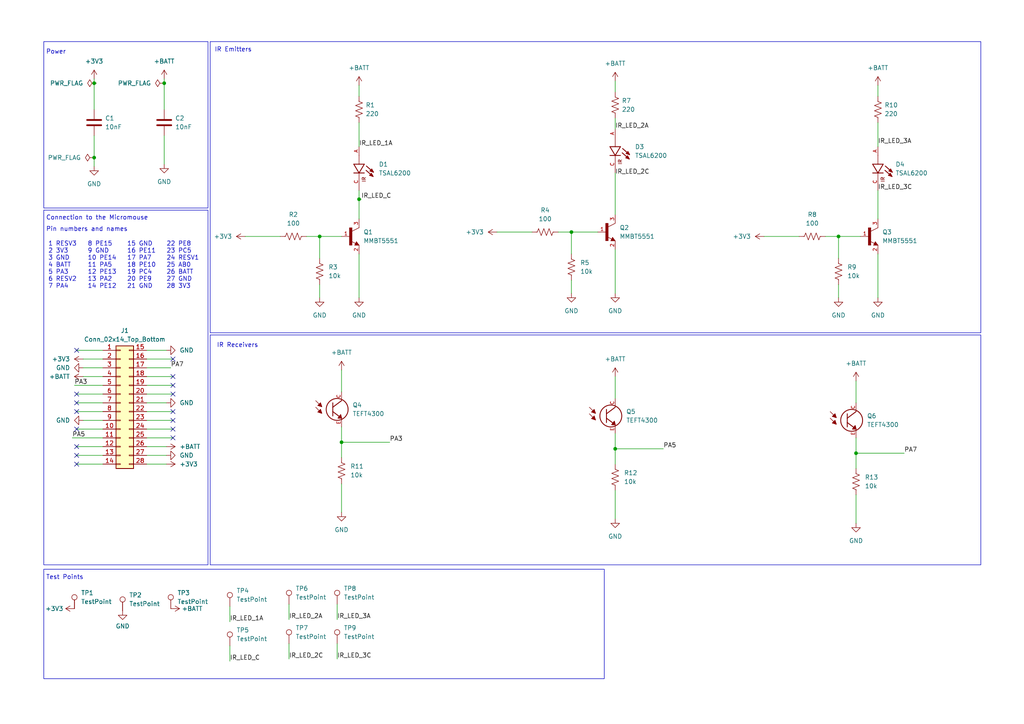
<source format=kicad_sch>
(kicad_sch (version 20230121) (generator eeschema)

  (uuid 04c73d13-15f8-469d-81f9-b705914f1cc3)

  (paper "A4")

  (title_block
    (title "Micromouse Project (Sensing)")
    (date "2024-03-24")
    (rev "0")
    (comment 1 "@author: Kwanele Mabanga")
    (comment 2 "@version: 1.3")
  )

  (lib_symbols
    (symbol "Connector:TestPoint" (pin_numbers hide) (pin_names (offset 0.762) hide) (in_bom yes) (on_board yes)
      (property "Reference" "TP" (at 0 6.858 0)
        (effects (font (size 1.27 1.27)))
      )
      (property "Value" "TestPoint" (at 0 5.08 0)
        (effects (font (size 1.27 1.27)))
      )
      (property "Footprint" "" (at 5.08 0 0)
        (effects (font (size 1.27 1.27)) hide)
      )
      (property "Datasheet" "~" (at 5.08 0 0)
        (effects (font (size 1.27 1.27)) hide)
      )
      (property "ki_keywords" "test point tp" (at 0 0 0)
        (effects (font (size 1.27 1.27)) hide)
      )
      (property "ki_description" "test point" (at 0 0 0)
        (effects (font (size 1.27 1.27)) hide)
      )
      (property "ki_fp_filters" "Pin* Test*" (at 0 0 0)
        (effects (font (size 1.27 1.27)) hide)
      )
      (symbol "TestPoint_0_1"
        (circle (center 0 3.302) (radius 0.762)
          (stroke (width 0) (type default))
          (fill (type none))
        )
      )
      (symbol "TestPoint_1_1"
        (pin passive line (at 0 0 90) (length 2.54)
          (name "1" (effects (font (size 1.27 1.27))))
          (number "1" (effects (font (size 1.27 1.27))))
        )
      )
    )
    (symbol "Connector_Generic:Conn_02x14_Top_Bottom" (pin_names (offset 1.016) hide) (in_bom yes) (on_board yes)
      (property "Reference" "J" (at 1.27 17.78 0)
        (effects (font (size 1.27 1.27)))
      )
      (property "Value" "Conn_02x14_Top_Bottom" (at 1.27 -20.32 0)
        (effects (font (size 1.27 1.27)))
      )
      (property "Footprint" "" (at 0 0 0)
        (effects (font (size 1.27 1.27)) hide)
      )
      (property "Datasheet" "~" (at 0 0 0)
        (effects (font (size 1.27 1.27)) hide)
      )
      (property "ki_keywords" "connector" (at 0 0 0)
        (effects (font (size 1.27 1.27)) hide)
      )
      (property "ki_description" "Generic connector, double row, 02x14, top/bottom pin numbering scheme (row 1: 1...pins_per_row, row2: pins_per_row+1 ... num_pins), script generated (kicad-library-utils/schlib/autogen/connector/)" (at 0 0 0)
        (effects (font (size 1.27 1.27)) hide)
      )
      (property "ki_fp_filters" "Connector*:*_2x??_*" (at 0 0 0)
        (effects (font (size 1.27 1.27)) hide)
      )
      (symbol "Conn_02x14_Top_Bottom_1_1"
        (rectangle (start -1.27 -17.653) (end 0 -17.907)
          (stroke (width 0.1524) (type default))
          (fill (type none))
        )
        (rectangle (start -1.27 -15.113) (end 0 -15.367)
          (stroke (width 0.1524) (type default))
          (fill (type none))
        )
        (rectangle (start -1.27 -12.573) (end 0 -12.827)
          (stroke (width 0.1524) (type default))
          (fill (type none))
        )
        (rectangle (start -1.27 -10.033) (end 0 -10.287)
          (stroke (width 0.1524) (type default))
          (fill (type none))
        )
        (rectangle (start -1.27 -7.493) (end 0 -7.747)
          (stroke (width 0.1524) (type default))
          (fill (type none))
        )
        (rectangle (start -1.27 -4.953) (end 0 -5.207)
          (stroke (width 0.1524) (type default))
          (fill (type none))
        )
        (rectangle (start -1.27 -2.413) (end 0 -2.667)
          (stroke (width 0.1524) (type default))
          (fill (type none))
        )
        (rectangle (start -1.27 0.127) (end 0 -0.127)
          (stroke (width 0.1524) (type default))
          (fill (type none))
        )
        (rectangle (start -1.27 2.667) (end 0 2.413)
          (stroke (width 0.1524) (type default))
          (fill (type none))
        )
        (rectangle (start -1.27 5.207) (end 0 4.953)
          (stroke (width 0.1524) (type default))
          (fill (type none))
        )
        (rectangle (start -1.27 7.747) (end 0 7.493)
          (stroke (width 0.1524) (type default))
          (fill (type none))
        )
        (rectangle (start -1.27 10.287) (end 0 10.033)
          (stroke (width 0.1524) (type default))
          (fill (type none))
        )
        (rectangle (start -1.27 12.827) (end 0 12.573)
          (stroke (width 0.1524) (type default))
          (fill (type none))
        )
        (rectangle (start -1.27 15.367) (end 0 15.113)
          (stroke (width 0.1524) (type default))
          (fill (type none))
        )
        (rectangle (start -1.27 16.51) (end 3.81 -19.05)
          (stroke (width 0.254) (type default))
          (fill (type background))
        )
        (rectangle (start 3.81 -17.653) (end 2.54 -17.907)
          (stroke (width 0.1524) (type default))
          (fill (type none))
        )
        (rectangle (start 3.81 -15.113) (end 2.54 -15.367)
          (stroke (width 0.1524) (type default))
          (fill (type none))
        )
        (rectangle (start 3.81 -12.573) (end 2.54 -12.827)
          (stroke (width 0.1524) (type default))
          (fill (type none))
        )
        (rectangle (start 3.81 -10.033) (end 2.54 -10.287)
          (stroke (width 0.1524) (type default))
          (fill (type none))
        )
        (rectangle (start 3.81 -7.493) (end 2.54 -7.747)
          (stroke (width 0.1524) (type default))
          (fill (type none))
        )
        (rectangle (start 3.81 -4.953) (end 2.54 -5.207)
          (stroke (width 0.1524) (type default))
          (fill (type none))
        )
        (rectangle (start 3.81 -2.413) (end 2.54 -2.667)
          (stroke (width 0.1524) (type default))
          (fill (type none))
        )
        (rectangle (start 3.81 0.127) (end 2.54 -0.127)
          (stroke (width 0.1524) (type default))
          (fill (type none))
        )
        (rectangle (start 3.81 2.667) (end 2.54 2.413)
          (stroke (width 0.1524) (type default))
          (fill (type none))
        )
        (rectangle (start 3.81 5.207) (end 2.54 4.953)
          (stroke (width 0.1524) (type default))
          (fill (type none))
        )
        (rectangle (start 3.81 7.747) (end 2.54 7.493)
          (stroke (width 0.1524) (type default))
          (fill (type none))
        )
        (rectangle (start 3.81 10.287) (end 2.54 10.033)
          (stroke (width 0.1524) (type default))
          (fill (type none))
        )
        (rectangle (start 3.81 12.827) (end 2.54 12.573)
          (stroke (width 0.1524) (type default))
          (fill (type none))
        )
        (rectangle (start 3.81 15.367) (end 2.54 15.113)
          (stroke (width 0.1524) (type default))
          (fill (type none))
        )
        (pin passive line (at -5.08 15.24 0) (length 3.81)
          (name "Pin_1" (effects (font (size 1.27 1.27))))
          (number "1" (effects (font (size 1.27 1.27))))
        )
        (pin passive line (at -5.08 -7.62 0) (length 3.81)
          (name "Pin_10" (effects (font (size 1.27 1.27))))
          (number "10" (effects (font (size 1.27 1.27))))
        )
        (pin passive line (at -5.08 -10.16 0) (length 3.81)
          (name "Pin_11" (effects (font (size 1.27 1.27))))
          (number "11" (effects (font (size 1.27 1.27))))
        )
        (pin passive line (at -5.08 -12.7 0) (length 3.81)
          (name "Pin_12" (effects (font (size 1.27 1.27))))
          (number "12" (effects (font (size 1.27 1.27))))
        )
        (pin passive line (at -5.08 -15.24 0) (length 3.81)
          (name "Pin_13" (effects (font (size 1.27 1.27))))
          (number "13" (effects (font (size 1.27 1.27))))
        )
        (pin passive line (at -5.08 -17.78 0) (length 3.81)
          (name "Pin_14" (effects (font (size 1.27 1.27))))
          (number "14" (effects (font (size 1.27 1.27))))
        )
        (pin passive line (at 7.62 15.24 180) (length 3.81)
          (name "Pin_15" (effects (font (size 1.27 1.27))))
          (number "15" (effects (font (size 1.27 1.27))))
        )
        (pin passive line (at 7.62 12.7 180) (length 3.81)
          (name "Pin_16" (effects (font (size 1.27 1.27))))
          (number "16" (effects (font (size 1.27 1.27))))
        )
        (pin passive line (at 7.62 10.16 180) (length 3.81)
          (name "Pin_17" (effects (font (size 1.27 1.27))))
          (number "17" (effects (font (size 1.27 1.27))))
        )
        (pin passive line (at 7.62 7.62 180) (length 3.81)
          (name "Pin_18" (effects (font (size 1.27 1.27))))
          (number "18" (effects (font (size 1.27 1.27))))
        )
        (pin passive line (at 7.62 5.08 180) (length 3.81)
          (name "Pin_19" (effects (font (size 1.27 1.27))))
          (number "19" (effects (font (size 1.27 1.27))))
        )
        (pin passive line (at -5.08 12.7 0) (length 3.81)
          (name "Pin_2" (effects (font (size 1.27 1.27))))
          (number "2" (effects (font (size 1.27 1.27))))
        )
        (pin passive line (at 7.62 2.54 180) (length 3.81)
          (name "Pin_20" (effects (font (size 1.27 1.27))))
          (number "20" (effects (font (size 1.27 1.27))))
        )
        (pin passive line (at 7.62 0 180) (length 3.81)
          (name "Pin_21" (effects (font (size 1.27 1.27))))
          (number "21" (effects (font (size 1.27 1.27))))
        )
        (pin passive line (at 7.62 -2.54 180) (length 3.81)
          (name "Pin_22" (effects (font (size 1.27 1.27))))
          (number "22" (effects (font (size 1.27 1.27))))
        )
        (pin passive line (at 7.62 -5.08 180) (length 3.81)
          (name "Pin_23" (effects (font (size 1.27 1.27))))
          (number "23" (effects (font (size 1.27 1.27))))
        )
        (pin passive line (at 7.62 -7.62 180) (length 3.81)
          (name "Pin_24" (effects (font (size 1.27 1.27))))
          (number "24" (effects (font (size 1.27 1.27))))
        )
        (pin passive line (at 7.62 -10.16 180) (length 3.81)
          (name "Pin_25" (effects (font (size 1.27 1.27))))
          (number "25" (effects (font (size 1.27 1.27))))
        )
        (pin passive line (at 7.62 -12.7 180) (length 3.81)
          (name "Pin_26" (effects (font (size 1.27 1.27))))
          (number "26" (effects (font (size 1.27 1.27))))
        )
        (pin passive line (at 7.62 -15.24 180) (length 3.81)
          (name "Pin_27" (effects (font (size 1.27 1.27))))
          (number "27" (effects (font (size 1.27 1.27))))
        )
        (pin passive line (at 7.62 -17.78 180) (length 3.81)
          (name "Pin_28" (effects (font (size 1.27 1.27))))
          (number "28" (effects (font (size 1.27 1.27))))
        )
        (pin passive line (at -5.08 10.16 0) (length 3.81)
          (name "Pin_3" (effects (font (size 1.27 1.27))))
          (number "3" (effects (font (size 1.27 1.27))))
        )
        (pin passive line (at -5.08 7.62 0) (length 3.81)
          (name "Pin_4" (effects (font (size 1.27 1.27))))
          (number "4" (effects (font (size 1.27 1.27))))
        )
        (pin passive line (at -5.08 5.08 0) (length 3.81)
          (name "Pin_5" (effects (font (size 1.27 1.27))))
          (number "5" (effects (font (size 1.27 1.27))))
        )
        (pin passive line (at -5.08 2.54 0) (length 3.81)
          (name "Pin_6" (effects (font (size 1.27 1.27))))
          (number "6" (effects (font (size 1.27 1.27))))
        )
        (pin passive line (at -5.08 0 0) (length 3.81)
          (name "Pin_7" (effects (font (size 1.27 1.27))))
          (number "7" (effects (font (size 1.27 1.27))))
        )
        (pin passive line (at -5.08 -2.54 0) (length 3.81)
          (name "Pin_8" (effects (font (size 1.27 1.27))))
          (number "8" (effects (font (size 1.27 1.27))))
        )
        (pin passive line (at -5.08 -5.08 0) (length 3.81)
          (name "Pin_9" (effects (font (size 1.27 1.27))))
          (number "9" (effects (font (size 1.27 1.27))))
        )
      )
    )
    (symbol "Device:C" (pin_numbers hide) (pin_names (offset 0.254)) (in_bom yes) (on_board yes)
      (property "Reference" "C" (at 0.635 2.54 0)
        (effects (font (size 1.27 1.27)) (justify left))
      )
      (property "Value" "C" (at 0.635 -2.54 0)
        (effects (font (size 1.27 1.27)) (justify left))
      )
      (property "Footprint" "" (at 0.9652 -3.81 0)
        (effects (font (size 1.27 1.27)) hide)
      )
      (property "Datasheet" "~" (at 0 0 0)
        (effects (font (size 1.27 1.27)) hide)
      )
      (property "ki_keywords" "cap capacitor" (at 0 0 0)
        (effects (font (size 1.27 1.27)) hide)
      )
      (property "ki_description" "Unpolarized capacitor" (at 0 0 0)
        (effects (font (size 1.27 1.27)) hide)
      )
      (property "ki_fp_filters" "C_*" (at 0 0 0)
        (effects (font (size 1.27 1.27)) hide)
      )
      (symbol "C_0_1"
        (polyline
          (pts
            (xy -2.032 -0.762)
            (xy 2.032 -0.762)
          )
          (stroke (width 0.508) (type default))
          (fill (type none))
        )
        (polyline
          (pts
            (xy -2.032 0.762)
            (xy 2.032 0.762)
          )
          (stroke (width 0.508) (type default))
          (fill (type none))
        )
      )
      (symbol "C_1_1"
        (pin passive line (at 0 3.81 270) (length 2.794)
          (name "~" (effects (font (size 1.27 1.27))))
          (number "1" (effects (font (size 1.27 1.27))))
        )
        (pin passive line (at 0 -3.81 90) (length 2.794)
          (name "~" (effects (font (size 1.27 1.27))))
          (number "2" (effects (font (size 1.27 1.27))))
        )
      )
    )
    (symbol "Device:R_US" (pin_numbers hide) (pin_names (offset 0)) (in_bom yes) (on_board yes)
      (property "Reference" "R" (at 2.54 0 90)
        (effects (font (size 1.27 1.27)))
      )
      (property "Value" "R_US" (at -2.54 0 90)
        (effects (font (size 1.27 1.27)))
      )
      (property "Footprint" "" (at 1.016 -0.254 90)
        (effects (font (size 1.27 1.27)) hide)
      )
      (property "Datasheet" "~" (at 0 0 0)
        (effects (font (size 1.27 1.27)) hide)
      )
      (property "ki_keywords" "R res resistor" (at 0 0 0)
        (effects (font (size 1.27 1.27)) hide)
      )
      (property "ki_description" "Resistor, US symbol" (at 0 0 0)
        (effects (font (size 1.27 1.27)) hide)
      )
      (property "ki_fp_filters" "R_*" (at 0 0 0)
        (effects (font (size 1.27 1.27)) hide)
      )
      (symbol "R_US_0_1"
        (polyline
          (pts
            (xy 0 -2.286)
            (xy 0 -2.54)
          )
          (stroke (width 0) (type default))
          (fill (type none))
        )
        (polyline
          (pts
            (xy 0 2.286)
            (xy 0 2.54)
          )
          (stroke (width 0) (type default))
          (fill (type none))
        )
        (polyline
          (pts
            (xy 0 -0.762)
            (xy 1.016 -1.143)
            (xy 0 -1.524)
            (xy -1.016 -1.905)
            (xy 0 -2.286)
          )
          (stroke (width 0) (type default))
          (fill (type none))
        )
        (polyline
          (pts
            (xy 0 0.762)
            (xy 1.016 0.381)
            (xy 0 0)
            (xy -1.016 -0.381)
            (xy 0 -0.762)
          )
          (stroke (width 0) (type default))
          (fill (type none))
        )
        (polyline
          (pts
            (xy 0 2.286)
            (xy 1.016 1.905)
            (xy 0 1.524)
            (xy -1.016 1.143)
            (xy 0 0.762)
          )
          (stroke (width 0) (type default))
          (fill (type none))
        )
      )
      (symbol "R_US_1_1"
        (pin passive line (at 0 3.81 270) (length 1.27)
          (name "~" (effects (font (size 1.27 1.27))))
          (number "1" (effects (font (size 1.27 1.27))))
        )
        (pin passive line (at 0 -3.81 90) (length 1.27)
          (name "~" (effects (font (size 1.27 1.27))))
          (number "2" (effects (font (size 1.27 1.27))))
        )
      )
    )
    (symbol "MMBT5551:MMBT5551" (pin_names (offset 1.016)) (in_bom yes) (on_board yes)
      (property "Reference" "Q" (at 5.08 0 0)
        (effects (font (size 1.27 1.27)) (justify left bottom))
      )
      (property "Value" "MMBT5551" (at 5.08 -2.54 0)
        (effects (font (size 1.27 1.27)) (justify left bottom))
      )
      (property "Footprint" "MMBT5551:SOT23-3" (at 0 0 0)
        (effects (font (size 1.27 1.27)) (justify bottom) hide)
      )
      (property "Datasheet" "" (at 0 0 0)
        (effects (font (size 1.27 1.27)) hide)
      )
      (property "MF" "NTE Electronics, Inc" (at 0 0 0)
        (effects (font (size 1.27 1.27)) (justify bottom) hide)
      )
      (property "Description" "\nBipolar (BJT) Transistor NPN 160 V 600 mA 100MHz 350 mW Surface Mount SOT-23-3\n" (at 0 0 0)
        (effects (font (size 1.27 1.27)) (justify bottom) hide)
      )
      (property "Package" "None" (at 0 0 0)
        (effects (font (size 1.27 1.27)) (justify bottom) hide)
      )
      (property "BASIC_PART" "YES" (at 0 0 0)
        (effects (font (size 1.27 1.27)) (justify bottom) hide)
      )
      (property "Price" "None" (at 0 0 0)
        (effects (font (size 1.27 1.27)) (justify bottom) hide)
      )
      (property "SnapEDA_Link" "https://www.snapeda.com/parts/MMBT5551/NTE+Electronics/view-part/?ref=snap" (at 0 0 0)
        (effects (font (size 1.27 1.27)) (justify bottom) hide)
      )
      (property "MP" "MMBT5551" (at 0 0 0)
        (effects (font (size 1.27 1.27)) (justify bottom) hide)
      )
      (property "Availability" "In Stock" (at 0 0 0)
        (effects (font (size 1.27 1.27)) (justify bottom) hide)
      )
      (property "Check_prices" "https://www.snapeda.com/parts/MMBT5551/NTE+Electronics/view-part/?ref=eda" (at 0 0 0)
        (effects (font (size 1.27 1.27)) (justify bottom) hide)
      )
      (symbol "MMBT5551_0_0"
        (rectangle (start -0.254 -2.54) (end 0.508 2.54)
          (stroke (width 0.1) (type default))
          (fill (type outline))
        )
        (polyline
          (pts
            (xy 1.27 -2.54)
            (xy 1.778 -1.524)
          )
          (stroke (width 0.1524) (type default))
          (fill (type none))
        )
        (polyline
          (pts
            (xy 1.524 -2.413)
            (xy 2.286 -2.413)
          )
          (stroke (width 0.254) (type default))
          (fill (type none))
        )
        (polyline
          (pts
            (xy 1.524 -2.286)
            (xy 1.905 -2.286)
          )
          (stroke (width 0.254) (type default))
          (fill (type none))
        )
        (polyline
          (pts
            (xy 1.54 -2.04)
            (xy 0.308 -1.424)
          )
          (stroke (width 0.1524) (type default))
          (fill (type none))
        )
        (polyline
          (pts
            (xy 1.778 -1.778)
            (xy 1.524 -2.286)
          )
          (stroke (width 0.254) (type default))
          (fill (type none))
        )
        (polyline
          (pts
            (xy 1.778 -1.524)
            (xy 2.54 -2.54)
          )
          (stroke (width 0.1524) (type default))
          (fill (type none))
        )
        (polyline
          (pts
            (xy 1.905 -2.286)
            (xy 1.778 -2.032)
          )
          (stroke (width 0.254) (type default))
          (fill (type none))
        )
        (polyline
          (pts
            (xy 2.286 -2.413)
            (xy 1.778 -1.778)
          )
          (stroke (width 0.254) (type default))
          (fill (type none))
        )
        (polyline
          (pts
            (xy 2.54 -2.54)
            (xy 1.27 -2.54)
          )
          (stroke (width 0.1524) (type default))
          (fill (type none))
        )
        (polyline
          (pts
            (xy 2.54 2.54)
            (xy 0.508 1.524)
          )
          (stroke (width 0.1524) (type default))
          (fill (type none))
        )
        (pin passive line (at -2.54 0 0) (length 2.54)
          (name "~" (effects (font (size 1.016 1.016))))
          (number "1" (effects (font (size 1.016 1.016))))
        )
        (pin passive line (at 2.54 -5.08 90) (length 2.54)
          (name "~" (effects (font (size 1.016 1.016))))
          (number "2" (effects (font (size 1.016 1.016))))
        )
        (pin passive line (at 2.54 5.08 270) (length 2.54)
          (name "~" (effects (font (size 1.016 1.016))))
          (number "3" (effects (font (size 1.016 1.016))))
        )
      )
    )
    (symbol "TEFT4300:TEFT4300" (pin_names (offset 1.016)) (in_bom yes) (on_board yes)
      (property "Reference" "Q" (at -10.1556 5.0822 0)
        (effects (font (size 1.27 1.27)) (justify left bottom))
      )
      (property "Value" "TEFT4300" (at -10.1508 -7.62 0)
        (effects (font (size 1.27 1.27)) (justify left bottom))
      )
      (property "Footprint" "TEFT4300:XDCR_TEFT4300" (at 0 0 0)
        (effects (font (size 1.27 1.27)) (justify bottom) hide)
      )
      (property "Datasheet" "" (at 0 0 0)
        (effects (font (size 1.27 1.27)) hide)
      )
      (property "DigiKey_Part_Number" "751-1041-ND" (at 0 0 0)
        (effects (font (size 1.27 1.27)) (justify bottom) hide)
      )
      (property "MF" "Vishay Semiconductor" (at 0 0 0)
        (effects (font (size 1.27 1.27)) (justify bottom) hide)
      )
      (property "MAXIMUM_PACKAGE_HEIGHT" "6.10mm" (at 0 0 0)
        (effects (font (size 1.27 1.27)) (justify bottom) hide)
      )
      (property "PACKAGE" "Radial Vishay" (at 0 0 0)
        (effects (font (size 1.27 1.27)) (justify bottom) hide)
      )
      (property "Package" "Radial Vishay" (at 0 0 0)
        (effects (font (size 1.27 1.27)) (justify bottom) hide)
      )
      (property "Check_prices" "https://www.snapeda.com/parts/TEFT4300/Vishay+Semiconductor+Opto+Division/view-part/?ref=eda" (at 0 0 0)
        (effects (font (size 1.27 1.27)) (justify bottom) hide)
      )
      (property "SnapEDA_Link" "https://www.snapeda.com/parts/TEFT4300/Vishay+Semiconductor+Opto+Division/view-part/?ref=snap" (at 0 0 0)
        (effects (font (size 1.27 1.27)) (justify bottom) hide)
      )
      (property "MP" "TEFT4300" (at 0 0 0)
        (effects (font (size 1.27 1.27)) (justify bottom) hide)
      )
      (property "Description" "\nPhototransistors 925nm Top View Radial, 3mm Dia (T-1)\n" (at 0 0 0)
        (effects (font (size 1.27 1.27)) (justify bottom) hide)
      )
      (symbol "TEFT4300_0_0"
        (polyline
          (pts
            (xy -4.953 0.635)
            (xy -3.175 -1.143)
          )
          (stroke (width 0.1524) (type default))
          (fill (type none))
        )
        (polyline
          (pts
            (xy -4.953 2.54)
            (xy -3.175 0.762)
          )
          (stroke (width 0.1524) (type default))
          (fill (type none))
        )
        (polyline
          (pts
            (xy -4.318 -0.762)
            (xy -3.556 0)
          )
          (stroke (width 0.1524) (type default))
          (fill (type none))
        )
        (polyline
          (pts
            (xy -4.318 1.143)
            (xy -3.556 1.905)
          )
          (stroke (width 0.1524) (type default))
          (fill (type none))
        )
        (polyline
          (pts
            (xy -3.556 0)
            (xy -3.175 -1.143)
          )
          (stroke (width 0.1524) (type default))
          (fill (type none))
        )
        (polyline
          (pts
            (xy -3.556 1.905)
            (xy -3.175 0.762)
          )
          (stroke (width 0.1524) (type default))
          (fill (type none))
        )
        (polyline
          (pts
            (xy -3.175 -1.143)
            (xy -4.318 -0.762)
          )
          (stroke (width 0.1524) (type default))
          (fill (type none))
        )
        (polyline
          (pts
            (xy -3.175 0.762)
            (xy -4.318 1.143)
          )
          (stroke (width 0.1524) (type default))
          (fill (type none))
        )
        (polyline
          (pts
            (xy 0 -0.635)
            (xy 0 -1.905)
          )
          (stroke (width 0.254) (type default))
          (fill (type none))
        )
        (polyline
          (pts
            (xy 0 -0.635)
            (xy 2.54 -2.54)
          )
          (stroke (width 0.254) (type default))
          (fill (type none))
        )
        (polyline
          (pts
            (xy 0 0.635)
            (xy 0 -0.635)
          )
          (stroke (width 0.254) (type default))
          (fill (type none))
        )
        (polyline
          (pts
            (xy 0 0.635)
            (xy 2.54 2.54)
          )
          (stroke (width 0.254) (type default))
          (fill (type none))
        )
        (polyline
          (pts
            (xy 0 1.905)
            (xy 0 0.635)
          )
          (stroke (width 0.254) (type default))
          (fill (type none))
        )
        (polyline
          (pts
            (xy 2.286 -2.286)
            (xy 2.54 -2.54)
          )
          (stroke (width 0.1524) (type default))
          (fill (type none))
        )
        (polyline
          (pts
            (xy -4.318 -0.762)
            (xy -3.175 -1.143)
            (xy -3.556 0)
            (xy -4.318 -0.762)
          )
          (stroke (width 0.1524) (type default))
          (fill (type outline))
        )
        (polyline
          (pts
            (xy -4.318 1.143)
            (xy -3.175 0.762)
            (xy -3.556 1.905)
            (xy -4.318 1.143)
          )
          (stroke (width 0.1524) (type default))
          (fill (type outline))
        )
        (polyline
          (pts
            (xy 2.54 -2.54)
            (xy 2.286 -1.524)
            (xy 1.524 -2.54)
            (xy 2.54 -2.54)
          )
          (stroke (width 0.254) (type default))
          (fill (type outline))
        )
        (circle (center 1.27 0) (radius 3.175)
          (stroke (width 0.254) (type default))
          (fill (type none))
        )
        (pin passive line (at 2.54 5.08 270) (length 2.54)
          (name "~" (effects (font (size 1.016 1.016))))
          (number "C" (effects (font (size 1.016 1.016))))
        )
        (pin passive line (at 2.54 -5.08 90) (length 2.54)
          (name "~" (effects (font (size 1.016 1.016))))
          (number "E" (effects (font (size 1.016 1.016))))
        )
      )
    )
    (symbol "TSAL6200:TSAL6200" (pin_names (offset 1.016)) (in_bom yes) (on_board yes)
      (property "Reference" "D" (at -3.556 4.826 0)
        (effects (font (size 1.27 1.27)) (justify left bottom))
      )
      (property "Value" "TSAL6200" (at -3.556 -3.302 0)
        (effects (font (size 1.27 1.27)) (justify left bottom))
      )
      (property "Footprint" "TSAL6200:LEDRD254W55D595H900" (at 0 0 0)
        (effects (font (size 1.27 1.27)) (justify bottom) hide)
      )
      (property "Datasheet" "" (at 0 0 0)
        (effects (font (size 1.27 1.27)) hide)
      )
      (property "MF" "Vishay Semiconductor" (at 0 0 0)
        (effects (font (size 1.27 1.27)) (justify bottom) hide)
      )
      (property "MAXIMUM_PACKAGE_HEIGHT" "9.0 mm" (at 0 0 0)
        (effects (font (size 1.27 1.27)) (justify bottom) hide)
      )
      (property "RS_Components_8187663_Purchase_URL" "https://www.snapeda.com/api/url_track_click/https%253A//uk.rs-online.com/web/p/ir-leds/8187663//%253Futm_campaign%253Dbuynow%2526utm_medium%253Daggregator%2526utm_source%253Dsnapeda%2526cm_mmc%253Daff-_-uk-_-snapeda-_-8187663/?unipart_id=106073&manufacturer=Vishay Semiconductor&part_name=TSAL6200&search_term=tsal6200" (at 0 0 0)
        (effects (font (size 1.27 1.27)) (justify bottom) hide)
      )
      (property "Package" "Radial Vishay" (at 0 0 0)
        (effects (font (size 1.27 1.27)) (justify bottom) hide)
      )
      (property "RS_Components_1656195_Purchase_URL" "https://www.snapeda.com/api/url_track_click/https%253A//uk.rs-online.com/web/p/ir-leds/1656195//%253Futm_campaign%253Dbuynow%2526utm_medium%253Daggregator%2526utm_source%253Dsnapeda%2526cm_mmc%253Daff-_-uk-_-snapeda-_-1656195/?unipart_id=106073&manufacturer=Vishay Semiconductor&part_name=TSAL6200&search_term=tsal6200" (at 0 0 0)
        (effects (font (size 1.27 1.27)) (justify bottom) hide)
      )
      (property "Check_prices" "https://www.snapeda.com/parts/TSAL6200/Vishay+Semiconductor+Opto+Division/view-part/?ref=eda" (at 0 0 0)
        (effects (font (size 1.27 1.27)) (justify bottom) hide)
      )
      (property "STANDARD" "IPC-7351B" (at 0 0 0)
        (effects (font (size 1.27 1.27)) (justify bottom) hide)
      )
      (property "PARTREV" "2.4" (at 0 0 0)
        (effects (font (size 1.27 1.27)) (justify bottom) hide)
      )
      (property "SnapEDA_Link" "https://www.snapeda.com/parts/TSAL6200/Vishay+Semiconductor+Opto+Division/view-part/?ref=snap" (at 0 0 0)
        (effects (font (size 1.27 1.27)) (justify bottom) hide)
      )
      (property "MP" "TSAL6200" (at 0 0 0)
        (effects (font (size 1.27 1.27)) (justify bottom) hide)
      )
      (property "Description" "\nInfrared (IR) Emitter 940nm 1.35V 100mA 40mW/sr @ 100mA 34° Radial, 5mm Dia (T 1 3/4)\n" (at 0 0 0)
        (effects (font (size 1.27 1.27)) (justify bottom) hide)
      )
      (property "RS_Components_8187663P_Purchase_URL" "https://www.snapeda.com/api/url_track_click/https%253A//uk.rs-online.com/web/p/ir-leds/8187663p//%253Futm_campaign%253Dbuynow%2526utm_medium%253Daggregator%2526utm_source%253Dsnapeda%2526cm_mmc%253Daff-_-uk-_-snapeda-_-8187663P/?unipart_id=106073&manufacturer=Vishay Semiconductor&part_name=TSAL6200&search_term=tsal6200" (at 0 0 0)
        (effects (font (size 1.27 1.27)) (justify bottom) hide)
      )
      (property "MANUFACTURER" "Vishay" (at 0 0 0)
        (effects (font (size 1.27 1.27)) (justify bottom) hide)
      )
      (symbol "TSAL6200_0_0"
        (polyline
          (pts
            (xy -2.54 -1.524)
            (xy 0 0)
          )
          (stroke (width 0.254) (type default))
          (fill (type none))
        )
        (polyline
          (pts
            (xy -2.54 0)
            (xy -5.08 0)
          )
          (stroke (width 0.1524) (type default))
          (fill (type none))
        )
        (polyline
          (pts
            (xy -2.54 0)
            (xy -2.54 -1.524)
          )
          (stroke (width 0.254) (type default))
          (fill (type none))
        )
        (polyline
          (pts
            (xy -2.54 1.524)
            (xy -2.54 0)
          )
          (stroke (width 0.254) (type default))
          (fill (type none))
        )
        (polyline
          (pts
            (xy -1.1176 3.683)
            (xy -0.2286 4.1656)
          )
          (stroke (width 0.254) (type default))
          (fill (type none))
        )
        (polyline
          (pts
            (xy -0.9398 3.6068)
            (xy -0.7112 3.7592)
          )
          (stroke (width 0.254) (type default))
          (fill (type none))
        )
        (polyline
          (pts
            (xy -0.5588 3.2004)
            (xy -1.1176 3.683)
          )
          (stroke (width 0.254) (type default))
          (fill (type none))
        )
        (polyline
          (pts
            (xy -0.5588 3.2004)
            (xy -0.5334 3.937)
          )
          (stroke (width 0.254) (type default))
          (fill (type none))
        )
        (polyline
          (pts
            (xy -0.5334 3.937)
            (xy -0.6604 3.937)
          )
          (stroke (width 0.254) (type default))
          (fill (type none))
        )
        (polyline
          (pts
            (xy -0.2286 4.1656)
            (xy -2.0066 2.1336)
          )
          (stroke (width 0.254) (type default))
          (fill (type none))
        )
        (polyline
          (pts
            (xy -0.2286 4.1656)
            (xy -0.5588 3.2004)
          )
          (stroke (width 0.254) (type default))
          (fill (type none))
        )
        (polyline
          (pts
            (xy 0 0)
            (xy -2.54 1.524)
          )
          (stroke (width 0.254) (type default))
          (fill (type none))
        )
        (polyline
          (pts
            (xy 0 1.524)
            (xy 0 -1.524)
          )
          (stroke (width 0.254) (type default))
          (fill (type none))
        )
        (polyline
          (pts
            (xy 0.127 3.5814)
            (xy 1.016 4.064)
          )
          (stroke (width 0.254) (type default))
          (fill (type none))
        )
        (polyline
          (pts
            (xy 0.3048 3.5052)
            (xy 0.5334 3.6576)
          )
          (stroke (width 0.254) (type default))
          (fill (type none))
        )
        (polyline
          (pts
            (xy 0.6858 3.0988)
            (xy 0.127 3.5814)
          )
          (stroke (width 0.254) (type default))
          (fill (type none))
        )
        (polyline
          (pts
            (xy 0.6858 3.0988)
            (xy 0.7112 3.8354)
          )
          (stroke (width 0.254) (type default))
          (fill (type none))
        )
        (polyline
          (pts
            (xy 0.7112 3.8354)
            (xy 0.5842 3.8354)
          )
          (stroke (width 0.254) (type default))
          (fill (type none))
        )
        (polyline
          (pts
            (xy 1.016 4.064)
            (xy -0.762 2.032)
          )
          (stroke (width 0.254) (type default))
          (fill (type none))
        )
        (polyline
          (pts
            (xy 1.016 4.064)
            (xy 0.6858 3.0988)
          )
          (stroke (width 0.254) (type default))
          (fill (type none))
        )
        (text "IR" (at 1.016 2.032 0)
          (effects (font (size 1.016 1.016)) (justify left bottom))
        )
        (pin passive line (at -7.62 0 0) (length 2.54)
          (name "~" (effects (font (size 1.016 1.016))))
          (number "A" (effects (font (size 1.016 1.016))))
        )
        (pin passive line (at 5.08 0 180) (length 5.08)
          (name "~" (effects (font (size 1.016 1.016))))
          (number "C" (effects (font (size 1.016 1.016))))
        )
      )
    )
    (symbol "power:+3V3" (power) (pin_names (offset 0)) (in_bom yes) (on_board yes)
      (property "Reference" "#PWR" (at 0 -3.81 0)
        (effects (font (size 1.27 1.27)) hide)
      )
      (property "Value" "+3V3" (at 0 3.556 0)
        (effects (font (size 1.27 1.27)))
      )
      (property "Footprint" "" (at 0 0 0)
        (effects (font (size 1.27 1.27)) hide)
      )
      (property "Datasheet" "" (at 0 0 0)
        (effects (font (size 1.27 1.27)) hide)
      )
      (property "ki_keywords" "global power" (at 0 0 0)
        (effects (font (size 1.27 1.27)) hide)
      )
      (property "ki_description" "Power symbol creates a global label with name \"+3V3\"" (at 0 0 0)
        (effects (font (size 1.27 1.27)) hide)
      )
      (symbol "+3V3_0_1"
        (polyline
          (pts
            (xy -0.762 1.27)
            (xy 0 2.54)
          )
          (stroke (width 0) (type default))
          (fill (type none))
        )
        (polyline
          (pts
            (xy 0 0)
            (xy 0 2.54)
          )
          (stroke (width 0) (type default))
          (fill (type none))
        )
        (polyline
          (pts
            (xy 0 2.54)
            (xy 0.762 1.27)
          )
          (stroke (width 0) (type default))
          (fill (type none))
        )
      )
      (symbol "+3V3_1_1"
        (pin power_in line (at 0 0 90) (length 0) hide
          (name "+3V3" (effects (font (size 1.27 1.27))))
          (number "1" (effects (font (size 1.27 1.27))))
        )
      )
    )
    (symbol "power:+BATT" (power) (pin_names (offset 0)) (in_bom yes) (on_board yes)
      (property "Reference" "#PWR" (at 0 -3.81 0)
        (effects (font (size 1.27 1.27)) hide)
      )
      (property "Value" "+BATT" (at 0 3.556 0)
        (effects (font (size 1.27 1.27)))
      )
      (property "Footprint" "" (at 0 0 0)
        (effects (font (size 1.27 1.27)) hide)
      )
      (property "Datasheet" "" (at 0 0 0)
        (effects (font (size 1.27 1.27)) hide)
      )
      (property "ki_keywords" "global power battery" (at 0 0 0)
        (effects (font (size 1.27 1.27)) hide)
      )
      (property "ki_description" "Power symbol creates a global label with name \"+BATT\"" (at 0 0 0)
        (effects (font (size 1.27 1.27)) hide)
      )
      (symbol "+BATT_0_1"
        (polyline
          (pts
            (xy -0.762 1.27)
            (xy 0 2.54)
          )
          (stroke (width 0) (type default))
          (fill (type none))
        )
        (polyline
          (pts
            (xy 0 0)
            (xy 0 2.54)
          )
          (stroke (width 0) (type default))
          (fill (type none))
        )
        (polyline
          (pts
            (xy 0 2.54)
            (xy 0.762 1.27)
          )
          (stroke (width 0) (type default))
          (fill (type none))
        )
      )
      (symbol "+BATT_1_1"
        (pin power_in line (at 0 0 90) (length 0) hide
          (name "+BATT" (effects (font (size 1.27 1.27))))
          (number "1" (effects (font (size 1.27 1.27))))
        )
      )
    )
    (symbol "power:GND" (power) (pin_names (offset 0)) (in_bom yes) (on_board yes)
      (property "Reference" "#PWR" (at 0 -6.35 0)
        (effects (font (size 1.27 1.27)) hide)
      )
      (property "Value" "GND" (at 0 -3.81 0)
        (effects (font (size 1.27 1.27)))
      )
      (property "Footprint" "" (at 0 0 0)
        (effects (font (size 1.27 1.27)) hide)
      )
      (property "Datasheet" "" (at 0 0 0)
        (effects (font (size 1.27 1.27)) hide)
      )
      (property "ki_keywords" "global power" (at 0 0 0)
        (effects (font (size 1.27 1.27)) hide)
      )
      (property "ki_description" "Power symbol creates a global label with name \"GND\" , ground" (at 0 0 0)
        (effects (font (size 1.27 1.27)) hide)
      )
      (symbol "GND_0_1"
        (polyline
          (pts
            (xy 0 0)
            (xy 0 -1.27)
            (xy 1.27 -1.27)
            (xy 0 -2.54)
            (xy -1.27 -1.27)
            (xy 0 -1.27)
          )
          (stroke (width 0) (type default))
          (fill (type none))
        )
      )
      (symbol "GND_1_1"
        (pin power_in line (at 0 0 270) (length 0) hide
          (name "GND" (effects (font (size 1.27 1.27))))
          (number "1" (effects (font (size 1.27 1.27))))
        )
      )
    )
    (symbol "power:PWR_FLAG" (power) (pin_numbers hide) (pin_names (offset 0) hide) (in_bom yes) (on_board yes)
      (property "Reference" "#FLG" (at 0 1.905 0)
        (effects (font (size 1.27 1.27)) hide)
      )
      (property "Value" "PWR_FLAG" (at 0 3.81 0)
        (effects (font (size 1.27 1.27)))
      )
      (property "Footprint" "" (at 0 0 0)
        (effects (font (size 1.27 1.27)) hide)
      )
      (property "Datasheet" "~" (at 0 0 0)
        (effects (font (size 1.27 1.27)) hide)
      )
      (property "ki_keywords" "flag power" (at 0 0 0)
        (effects (font (size 1.27 1.27)) hide)
      )
      (property "ki_description" "Special symbol for telling ERC where power comes from" (at 0 0 0)
        (effects (font (size 1.27 1.27)) hide)
      )
      (symbol "PWR_FLAG_0_0"
        (pin power_out line (at 0 0 90) (length 0)
          (name "pwr" (effects (font (size 1.27 1.27))))
          (number "1" (effects (font (size 1.27 1.27))))
        )
      )
      (symbol "PWR_FLAG_0_1"
        (polyline
          (pts
            (xy 0 0)
            (xy 0 1.27)
            (xy -1.016 1.905)
            (xy 0 2.54)
            (xy 1.016 1.905)
            (xy 0 1.27)
          )
          (stroke (width 0) (type default))
          (fill (type none))
        )
      )
    )
  )

  (junction (at 27.305 45.72) (diameter 0) (color 0 0 0 0)
    (uuid 1c5c7974-6baa-498e-b2b8-2397f6c6c81a)
  )
  (junction (at 99.06 128.27) (diameter 0) (color 0 0 0 0)
    (uuid 36faa82e-1c4e-463b-802f-bf40f356d74a)
  )
  (junction (at 178.435 130.175) (diameter 0) (color 0 0 0 0)
    (uuid 45665725-a076-486b-873b-0feace620a62)
  )
  (junction (at 104.14 57.785) (diameter 0) (color 0 0 0 0)
    (uuid 58832bfd-2ceb-4f16-9a5c-510999ee228b)
  )
  (junction (at 27.305 24.13) (diameter 0) (color 0 0 0 0)
    (uuid 63ed234d-4402-4fcf-8edb-4322984e5462)
  )
  (junction (at 92.71 68.58) (diameter 0) (color 0 0 0 0)
    (uuid 932d03fd-cf29-4359-b486-b325b2ea8ca5)
  )
  (junction (at 243.205 68.58) (diameter 0) (color 0 0 0 0)
    (uuid c316bdda-afd2-4673-a7bf-cab7702dad67)
  )
  (junction (at 248.285 131.445) (diameter 0) (color 0 0 0 0)
    (uuid cb07b967-538f-4e12-bdf9-5b64839ea543)
  )
  (junction (at 47.625 24.13) (diameter 0) (color 0 0 0 0)
    (uuid da26f2bc-61c3-49b1-92a0-ae66d99b00bf)
  )
  (junction (at 165.735 67.31) (diameter 0) (color 0 0 0 0)
    (uuid f1062950-a3c7-4a3a-b62c-5d64cbf7f8ab)
  )

  (no_connect (at 22.225 132.08) (uuid 141a194e-4eae-42ad-bafc-29fc68d16b63))
  (no_connect (at 50.165 124.46) (uuid 1476765e-e35f-4d15-b6fb-0adabf01c10f))
  (no_connect (at 22.225 119.38) (uuid 17655d69-2e87-43ec-a808-aeedd556819b))
  (no_connect (at 50.165 111.76) (uuid 1ab75756-a3ad-4a56-af34-1d36d715fa4e))
  (no_connect (at 22.225 116.84) (uuid 26e72139-25ad-43af-b574-60d9f33820d8))
  (no_connect (at 50.165 109.22) (uuid 2b5a6fe0-3327-448f-b5ec-96678b581afe))
  (no_connect (at 50.165 114.3) (uuid 2e8775e8-d977-4673-b24e-bf0b00f9eebd))
  (no_connect (at 50.165 121.92) (uuid 4758a668-2cc0-4bee-a35d-c6a30b8b9cfa))
  (no_connect (at 22.225 101.6) (uuid 55aff161-4d10-4898-bb8b-ed21b3fd13df))
  (no_connect (at 22.225 124.46) (uuid 946c9bbf-4527-4f62-be07-8ef2d799aecb))
  (no_connect (at 22.225 114.3) (uuid 94f77c69-eff6-415a-a249-4e1de13b89ac))
  (no_connect (at 50.165 127) (uuid b0241080-377c-4452-9d71-400a0df48853))
  (no_connect (at 50.165 119.38) (uuid b0b52586-a666-4502-881f-88ae751ebb25))
  (no_connect (at 22.225 134.62) (uuid f3430e90-2ab9-4efb-9e8c-b8dcf820b911))
  (no_connect (at 50.165 104.14) (uuid f7b12eab-062f-4ce9-a446-4577a1c3d7a5))
  (no_connect (at 22.225 129.54) (uuid fc7a22dc-9589-4caa-8581-ac9451e01fbc))

  (wire (pts (xy 248.285 143.51) (xy 248.285 151.765))
    (stroke (width 0) (type default))
    (uuid 061c951b-6dc9-401f-9ce2-9f1c2e0fa2eb)
  )
  (wire (pts (xy 48.26 101.6) (xy 42.545 101.6))
    (stroke (width 0) (type default))
    (uuid 0c5bd370-273f-4dc4-88eb-9d114f1124cf)
  )
  (wire (pts (xy 178.435 142.24) (xy 178.435 150.495))
    (stroke (width 0) (type default))
    (uuid 11ee44ee-f254-424e-b4af-c269a1ac26aa)
  )
  (wire (pts (xy 50.165 121.92) (xy 42.545 121.92))
    (stroke (width 0) (type default))
    (uuid 120ea674-f073-494b-a0c5-25a02846ae77)
  )
  (wire (pts (xy 27.305 24.13) (xy 27.305 31.75))
    (stroke (width 0) (type default))
    (uuid 182ef35f-20ea-4cd5-9b92-c674e3415b29)
  )
  (wire (pts (xy 22.225 134.62) (xy 29.845 134.62))
    (stroke (width 0) (type default))
    (uuid 1872865a-8a55-4e8f-9d23-23947f55320f)
  )
  (wire (pts (xy 66.675 191.77) (xy 66.675 187.325))
    (stroke (width 0) (type default))
    (uuid 1990e6ae-88bf-4b45-9ab8-330f4928b45e)
  )
  (wire (pts (xy 22.225 124.46) (xy 29.845 124.46))
    (stroke (width 0) (type default))
    (uuid 1c6942a3-4a20-47d3-9345-11afca7c0616)
  )
  (wire (pts (xy 99.06 128.27) (xy 99.06 132.715))
    (stroke (width 0) (type default))
    (uuid 2336b291-f83b-4f55-927a-6c6043f3b3d1)
  )
  (wire (pts (xy 165.735 81.28) (xy 165.735 85.09))
    (stroke (width 0) (type default))
    (uuid 24c44cf2-850d-428a-bcbf-6a85608d03c2)
  )
  (wire (pts (xy 22.225 101.6) (xy 29.845 101.6))
    (stroke (width 0) (type default))
    (uuid 29b14071-c2e3-4b05-abcc-62a8970990be)
  )
  (wire (pts (xy 22.225 114.3) (xy 29.845 114.3))
    (stroke (width 0) (type default))
    (uuid 2ee45f69-13a5-48d3-9027-2bc0307d38d0)
  )
  (wire (pts (xy 50.165 104.14) (xy 42.545 104.14))
    (stroke (width 0) (type default))
    (uuid 303ce1ed-48a9-4d84-8033-9c07b959b8cf)
  )
  (wire (pts (xy 254.635 24.765) (xy 254.635 27.94))
    (stroke (width 0) (type default))
    (uuid 317c6031-611d-45a9-a252-e14fe211eb18)
  )
  (wire (pts (xy 99.06 107.315) (xy 99.06 113.665))
    (stroke (width 0) (type default))
    (uuid 378f56a5-d862-42b1-bb38-1c50ab2d1647)
  )
  (wire (pts (xy 165.735 67.31) (xy 173.355 67.31))
    (stroke (width 0) (type default))
    (uuid 3f4eead2-cebb-44a8-b191-01eb677b049a)
  )
  (wire (pts (xy 92.71 68.58) (xy 99.06 68.58))
    (stroke (width 0) (type default))
    (uuid 43ebb32a-bf91-4bb2-8c75-22ebe3a58a75)
  )
  (wire (pts (xy 178.435 72.39) (xy 178.435 85.09))
    (stroke (width 0) (type default))
    (uuid 447f628f-b4e3-4c3e-8b65-69c62d5cc2b2)
  )
  (wire (pts (xy 99.06 123.825) (xy 99.06 128.27))
    (stroke (width 0) (type default))
    (uuid 4631a0cc-3aaf-4e51-8cfc-94a081ceebd2)
  )
  (wire (pts (xy 24.13 104.14) (xy 29.845 104.14))
    (stroke (width 0) (type default))
    (uuid 4a717084-648c-4e97-b179-4e1a72233f2c)
  )
  (wire (pts (xy 178.435 109.22) (xy 178.435 115.57))
    (stroke (width 0) (type default))
    (uuid 4e503e41-17e1-41de-a604-9532ee2e3860)
  )
  (wire (pts (xy 248.285 131.445) (xy 262.255 131.445))
    (stroke (width 0) (type default))
    (uuid 513b6caf-dfb7-434e-8285-7f1890cb7495)
  )
  (wire (pts (xy 178.435 50.165) (xy 178.435 62.23))
    (stroke (width 0) (type default))
    (uuid 51f7d054-f206-4764-aac3-2d3278355e16)
  )
  (wire (pts (xy 20.955 127) (xy 29.845 127))
    (stroke (width 0) (type default))
    (uuid 5985f5da-ab26-4a66-b4fc-106856af72a1)
  )
  (wire (pts (xy 71.12 68.58) (xy 81.28 68.58))
    (stroke (width 0) (type default))
    (uuid 5bf8c5b4-2a16-43b3-aebc-b06962e14dc0)
  )
  (wire (pts (xy 47.625 22.86) (xy 47.625 24.13))
    (stroke (width 0) (type default))
    (uuid 5e328740-03a6-4433-8cd4-c2f4e12f6f31)
  )
  (wire (pts (xy 27.305 22.86) (xy 27.305 24.13))
    (stroke (width 0) (type default))
    (uuid 5f55382c-0326-4e65-a640-475b9f4e6f61)
  )
  (wire (pts (xy 24.13 106.68) (xy 29.845 106.68))
    (stroke (width 0) (type default))
    (uuid 6124a7a6-e653-44af-92c3-e3d42862b6e6)
  )
  (wire (pts (xy 22.225 129.54) (xy 29.845 129.54))
    (stroke (width 0) (type default))
    (uuid 61619f2d-0ad4-4fce-badb-42fa6ceefc33)
  )
  (wire (pts (xy 104.775 57.785) (xy 104.14 57.785))
    (stroke (width 0) (type default))
    (uuid 647d198c-2f8a-46c4-8dad-9ad8506038aa)
  )
  (wire (pts (xy 21.59 111.76) (xy 29.845 111.76))
    (stroke (width 0) (type default))
    (uuid 6578edf1-f815-4a58-abd0-273ea0d6b226)
  )
  (wire (pts (xy 254.635 55.245) (xy 254.635 63.5))
    (stroke (width 0) (type default))
    (uuid 68de6aa3-24da-4f88-bf1b-4f707e7b6490)
  )
  (wire (pts (xy 104.14 24.765) (xy 104.14 27.94))
    (stroke (width 0) (type default))
    (uuid 6980dea4-da8e-439d-b9e7-5494a40a1009)
  )
  (wire (pts (xy 27.305 45.72) (xy 27.305 48.26))
    (stroke (width 0) (type default))
    (uuid 6b506ebb-6d6f-4631-a581-7f24927c9b1c)
  )
  (wire (pts (xy 24.13 109.22) (xy 29.845 109.22))
    (stroke (width 0) (type default))
    (uuid 70d9ae4e-a7e6-4536-a688-47835fbe3ce1)
  )
  (wire (pts (xy 248.285 110.49) (xy 248.285 116.84))
    (stroke (width 0) (type default))
    (uuid 71c28c11-6855-4b2d-ae8a-8924be260999)
  )
  (wire (pts (xy 50.165 124.46) (xy 42.545 124.46))
    (stroke (width 0) (type default))
    (uuid 73366366-4ce8-46c0-ba61-38e3a2d5d6eb)
  )
  (wire (pts (xy 178.435 130.175) (xy 192.405 130.175))
    (stroke (width 0) (type default))
    (uuid 74fae935-204e-48c1-9729-03060b8c971f)
  )
  (wire (pts (xy 66.675 180.34) (xy 66.675 175.895))
    (stroke (width 0) (type default))
    (uuid 764af6f8-b95b-4000-a04a-34d274061881)
  )
  (wire (pts (xy 48.26 116.84) (xy 42.545 116.84))
    (stroke (width 0) (type default))
    (uuid 7769ad5c-70e1-4155-b861-d06c9fc6413e)
  )
  (wire (pts (xy 27.305 39.37) (xy 27.305 45.72))
    (stroke (width 0) (type default))
    (uuid 789afafb-61f7-49e4-8a09-bbb2617ae4d9)
  )
  (wire (pts (xy 243.205 68.58) (xy 243.205 74.93))
    (stroke (width 0) (type default))
    (uuid 7b1dbbbe-ee27-4f02-bf5d-c2c03d38eb0d)
  )
  (wire (pts (xy 22.225 116.84) (xy 29.845 116.84))
    (stroke (width 0) (type default))
    (uuid 7d45f863-363e-46cf-8981-576df67b300d)
  )
  (wire (pts (xy 243.205 68.58) (xy 249.555 68.58))
    (stroke (width 0) (type default))
    (uuid 812c34bb-f373-479a-8774-09a4e86fc6d3)
  )
  (wire (pts (xy 239.395 68.58) (xy 243.205 68.58))
    (stroke (width 0) (type default))
    (uuid 81462b45-f03d-42db-9a90-5d63acab684f)
  )
  (wire (pts (xy 104.14 73.66) (xy 104.14 86.36))
    (stroke (width 0) (type default))
    (uuid 8329ec42-c1ee-4826-a4a4-1bf28e204c3e)
  )
  (wire (pts (xy 104.14 35.56) (xy 104.14 42.545))
    (stroke (width 0) (type default))
    (uuid 83eb9c74-a709-4e5a-a67d-c030647fb929)
  )
  (wire (pts (xy 50.165 109.22) (xy 42.545 109.22))
    (stroke (width 0) (type default))
    (uuid 846ee6fc-1e5b-4793-8688-cd25409c94ef)
  )
  (wire (pts (xy 97.79 179.705) (xy 97.79 175.26))
    (stroke (width 0) (type default))
    (uuid 85827b53-71ed-4a15-b2cf-e372d453a0b1)
  )
  (wire (pts (xy 50.165 114.3) (xy 42.545 114.3))
    (stroke (width 0) (type default))
    (uuid 879f89a9-b7d7-4242-a493-ecacf4623c56)
  )
  (wire (pts (xy 92.71 82.55) (xy 92.71 86.36))
    (stroke (width 0) (type default))
    (uuid 87aa23d1-30db-4514-90c1-3e85c73d8e0e)
  )
  (wire (pts (xy 83.82 179.705) (xy 83.82 175.26))
    (stroke (width 0) (type default))
    (uuid 8ace620c-ea12-493e-a7c4-d0b0d12d8fe8)
  )
  (wire (pts (xy 165.735 67.31) (xy 165.735 73.66))
    (stroke (width 0) (type default))
    (uuid 8bc02888-615f-4029-86dd-1c719b8d8d45)
  )
  (wire (pts (xy 27.305 24.13) (xy 27.94 24.13))
    (stroke (width 0) (type default))
    (uuid 8ef6cd2d-ad7a-413a-a953-e8048a7111a5)
  )
  (wire (pts (xy 50.165 119.38) (xy 42.545 119.38))
    (stroke (width 0) (type default))
    (uuid 8f44930c-ec54-4f55-ac8d-4c3def3d9ede)
  )
  (wire (pts (xy 104.14 57.785) (xy 104.14 63.5))
    (stroke (width 0) (type default))
    (uuid 9055bbaf-fb19-42be-8e5b-a42925396597)
  )
  (wire (pts (xy 178.435 23.495) (xy 178.435 26.67))
    (stroke (width 0) (type default))
    (uuid 91bccfd1-fc29-424d-91da-565733f3e38f)
  )
  (wire (pts (xy 178.435 37.465) (xy 178.435 34.29))
    (stroke (width 0) (type default))
    (uuid 98e85338-f9c3-4a60-8ea7-e77fc5a552fe)
  )
  (wire (pts (xy 243.205 82.55) (xy 243.205 86.36))
    (stroke (width 0) (type default))
    (uuid 99c35361-8995-4fa3-8c55-30d070d7bdcd)
  )
  (wire (pts (xy 97.79 191.135) (xy 97.79 186.69))
    (stroke (width 0) (type default))
    (uuid 9ba66dbf-5ccd-4301-aab2-4cbc4b14470b)
  )
  (wire (pts (xy 144.145 67.31) (xy 154.305 67.31))
    (stroke (width 0) (type default))
    (uuid a1240d38-82e4-4538-bce1-fcea261c90af)
  )
  (wire (pts (xy 22.225 132.08) (xy 29.845 132.08))
    (stroke (width 0) (type default))
    (uuid a277e085-e07d-4790-8f3a-c6625742b94b)
  )
  (wire (pts (xy 254.635 73.66) (xy 254.635 86.36))
    (stroke (width 0) (type default))
    (uuid a41081ae-cf06-4963-a6c7-f1e1874f91f7)
  )
  (wire (pts (xy 49.53 106.68) (xy 42.545 106.68))
    (stroke (width 0) (type default))
    (uuid a9c643fb-f0c3-4bce-bc39-470182c3e70a)
  )
  (wire (pts (xy 50.165 127) (xy 42.545 127))
    (stroke (width 0) (type default))
    (uuid b15410ce-41f1-402a-b4ef-6ecfe6bd81a5)
  )
  (wire (pts (xy 104.14 55.245) (xy 104.14 57.785))
    (stroke (width 0) (type default))
    (uuid b5580e78-1638-422b-87b0-6a4fde9897e7)
  )
  (wire (pts (xy 50.165 111.76) (xy 42.545 111.76))
    (stroke (width 0) (type default))
    (uuid c0f8ebae-2bc9-4f2e-86c0-3b45f12e4431)
  )
  (wire (pts (xy 24.13 121.92) (xy 29.845 121.92))
    (stroke (width 0) (type default))
    (uuid c257291b-b5c0-454a-8cdf-bfab64d2a29a)
  )
  (wire (pts (xy 47.625 39.37) (xy 47.625 47.625))
    (stroke (width 0) (type default))
    (uuid c5573e07-c21d-48d3-bb7d-21dfb1a823c0)
  )
  (wire (pts (xy 83.82 191.135) (xy 83.82 186.69))
    (stroke (width 0) (type default))
    (uuid ca9c5105-0f43-469d-ae3c-8dc15b0e3246)
  )
  (wire (pts (xy 248.285 131.445) (xy 248.285 135.89))
    (stroke (width 0) (type default))
    (uuid d764cd63-08e4-4d6c-8697-228487cf4f8c)
  )
  (wire (pts (xy 47.625 24.13) (xy 47.625 31.75))
    (stroke (width 0) (type default))
    (uuid d7dd4c68-f8c5-4300-98ef-9a26022d1e2d)
  )
  (wire (pts (xy 48.26 132.08) (xy 42.545 132.08))
    (stroke (width 0) (type default))
    (uuid d84503cd-d8ae-4de9-bec4-44a899fad52b)
  )
  (wire (pts (xy 178.435 130.175) (xy 178.435 134.62))
    (stroke (width 0) (type default))
    (uuid dd6113bf-4b69-4a99-a858-3d66a3931adf)
  )
  (wire (pts (xy 22.225 119.38) (xy 29.845 119.38))
    (stroke (width 0) (type default))
    (uuid dd9f6fa2-357a-4314-9916-bbe72251c215)
  )
  (wire (pts (xy 248.285 127) (xy 248.285 131.445))
    (stroke (width 0) (type default))
    (uuid e46456a1-17a8-4019-850d-4fd8c293acd6)
  )
  (wire (pts (xy 99.06 140.335) (xy 99.06 148.59))
    (stroke (width 0) (type default))
    (uuid e684b9e9-c531-4e93-9274-f42b0fd90c40)
  )
  (wire (pts (xy 254.635 35.56) (xy 254.635 42.545))
    (stroke (width 0) (type default))
    (uuid e91e48f6-f94d-4ea9-bee0-516d908c79bf)
  )
  (wire (pts (xy 178.435 125.73) (xy 178.435 130.175))
    (stroke (width 0) (type default))
    (uuid ea77d1da-8f69-4f26-a4a9-3ebdab91431f)
  )
  (wire (pts (xy 48.26 129.54) (xy 42.545 129.54))
    (stroke (width 0) (type default))
    (uuid ecf43833-59b6-4502-badc-e833349b5aca)
  )
  (wire (pts (xy 88.9 68.58) (xy 92.71 68.58))
    (stroke (width 0) (type default))
    (uuid edd9feb1-490d-4f89-bc0e-50bf2e46e3e5)
  )
  (wire (pts (xy 99.06 128.27) (xy 113.03 128.27))
    (stroke (width 0) (type default))
    (uuid f23ec444-df41-4856-9126-828dbb3584d4)
  )
  (wire (pts (xy 221.615 68.58) (xy 231.775 68.58))
    (stroke (width 0) (type default))
    (uuid f37e1f49-b9aa-40c9-ae66-30435865c94f)
  )
  (wire (pts (xy 161.925 67.31) (xy 165.735 67.31))
    (stroke (width 0) (type default))
    (uuid f6a8703c-4931-45ec-9a8b-136b07ebb633)
  )
  (wire (pts (xy 48.26 134.62) (xy 42.545 134.62))
    (stroke (width 0) (type default))
    (uuid fd3812c3-53bb-4d96-8d32-107edb7f3fb9)
  )
  (wire (pts (xy 92.71 68.58) (xy 92.71 74.93))
    (stroke (width 0) (type default))
    (uuid ffbbc16e-9317-4b2d-af08-06391e4de7e0)
  )

  (rectangle (start 60.96 97.155) (end 284.48 163.83)
    (stroke (width 0) (type default))
    (fill (type none))
    (uuid 4210dd96-0304-4eb5-8101-b1ade0b615d9)
  )
  (rectangle (start 12.7 165.1) (end 175.26 196.85)
    (stroke (width 0) (type default))
    (fill (type none))
    (uuid 4a95ec4d-0f28-46f6-a723-65ef2e81bffb)
  )
  (rectangle (start 12.7 12.065) (end 60.325 60.325)
    (stroke (width 0) (type default))
    (fill (type none))
    (uuid 9be9b649-7b96-463a-a1f3-66f2085c58f7)
  )
  (rectangle (start 60.96 12.065) (end 284.48 96.52)
    (stroke (width 0) (type default))
    (fill (type none))
    (uuid dbac77a7-5588-4e48-8cbd-3d26184d0bf7)
  )
  (rectangle (start 12.7 60.96) (end 60.325 163.83)
    (stroke (width 0) (type default))
    (fill (type none))
    (uuid fff2f985-540f-4d47-a9fe-88095de7ea90)
  )

  (text "Connection to the Micromouse\n\n" (at 13.335 66.04 0)
    (effects (font (size 1.27 1.27)) (justify left bottom))
    (uuid 00ec21da-a1dc-43f0-b1a0-25d2a1921577)
  )
  (text "Test Points\n" (at 13.335 168.275 0)
    (effects (font (size 1.27 1.27)) (justify left bottom))
    (uuid 29dc09a4-9b6d-4084-8de5-a8aab4448598)
  )
  (text "IR Receivers\n" (at 62.865 100.965 0)
    (effects (font (size 1.27 1.27)) (justify left bottom))
    (uuid 3828d376-c20e-440b-8c24-a42d4181b9ee)
  )
  (text "Pin numbers and names\n" (at 13.335 67.31 0)
    (effects (font (size 1.27 1.27)) (justify left bottom))
    (uuid 656b5d85-6eff-420d-8e26-7cf488d3843d)
  )
  (text "IR Emitters" (at 62.23 15.24 0)
    (effects (font (size 1.27 1.27)) (justify left bottom))
    (uuid 8413058d-499f-4ebc-9f5e-fdee96f0eb36)
  )
  (text "22 PE8\n23 PC5\n24 RESV1\n25 AB0\n26 BATT\n27 GND\n28 3V3"
    (at 48.26 83.82 0)
    (effects (font (size 1.27 1.27)) (justify left bottom))
    (uuid 93081b50-3bc7-47aa-9788-55f565ae2231)
  )
  (text "1 RESV3\n2 3V3\n3 GND\n4 BATT\n5 PA3\n6 RESV2\n7 PA4" (at 13.97 83.82 0)
    (effects (font (size 1.27 1.27)) (justify left bottom))
    (uuid a6b4c935-523b-4767-ab61-dbcefe00d017)
  )
  (text "Power" (at 13.335 15.875 0)
    (effects (font (size 1.27 1.27)) (justify left bottom))
    (uuid b271570e-f2ac-4f98-a47c-d866fdbb640c)
  )
  (text "15 GND\n16 PE11\n17 PA7\n18 PE10\n19 PC4\n20 PE9\n21 GND"
    (at 36.83 83.82 0)
    (effects (font (size 1.27 1.27)) (justify left bottom))
    (uuid f0ca564d-8a9d-4e0f-af8e-d0aa07e2f5bc)
  )
  (text "8 PE15\n9 GND\n10 PE14\n11 PA5\n12 PE13\n13 PA2\n14 PE12"
    (at 25.4 83.82 0)
    (effects (font (size 1.27 1.27)) (justify left bottom))
    (uuid f58e9393-f86e-42a8-bfbc-22aef740065c)
  )

  (label "PA7" (at 49.53 106.68 0) (fields_autoplaced)
    (effects (font (size 1.27 1.27)) (justify left bottom))
    (uuid 193b1121-1bbe-491b-a020-ff4284ed4105)
  )
  (label "PA3" (at 21.59 111.76 0) (fields_autoplaced)
    (effects (font (size 1.27 1.27)) (justify left bottom))
    (uuid 2172f6bc-7589-4def-979a-dbd67437e5c5)
  )
  (label "IR_LED_C" (at 104.775 57.785 0) (fields_autoplaced)
    (effects (font (size 1.27 1.27)) (justify left bottom))
    (uuid 264ba037-27b7-43b0-b20b-67450fabc55c)
  )
  (label "IR_LED_2C" (at 83.82 191.135 0) (fields_autoplaced)
    (effects (font (size 1.27 1.27)) (justify left bottom))
    (uuid 2ac4253b-28a9-4814-9d8d-fe5bff0f3309)
  )
  (label "PA3" (at 113.03 128.27 0) (fields_autoplaced)
    (effects (font (size 1.27 1.27)) (justify left bottom))
    (uuid 2b228f88-0de5-4d10-8737-fac0c014305f)
  )
  (label "IR_LED_3A" (at 97.79 179.705 0) (fields_autoplaced)
    (effects (font (size 1.27 1.27)) (justify left bottom))
    (uuid 3449c327-b9bb-4318-9439-3d748da9c542)
  )
  (label "PA5" (at 20.955 127 0) (fields_autoplaced)
    (effects (font (size 1.27 1.27)) (justify left bottom))
    (uuid 411bbf6e-01e2-4823-8789-6e7aaa0eb077)
  )
  (label "IR_LED_1A" (at 104.14 42.545 0) (fields_autoplaced)
    (effects (font (size 1.27 1.27)) (justify left bottom))
    (uuid 6c51bd45-64d9-43ad-a05b-0d7fb3905605)
  )
  (label "IR_LED_2A" (at 178.435 37.465 0) (fields_autoplaced)
    (effects (font (size 1.27 1.27)) (justify left bottom))
    (uuid 795cce6a-4640-4b5d-8594-e929c61d0421)
  )
  (label "IR_LED_3A" (at 254.635 41.91 0) (fields_autoplaced)
    (effects (font (size 1.27 1.27)) (justify left bottom))
    (uuid 9b9fbac7-4b58-4521-8ea4-d1dda274ab48)
  )
  (label "IR_LED_2C" (at 178.435 50.8 0) (fields_autoplaced)
    (effects (font (size 1.27 1.27)) (justify left bottom))
    (uuid 9fa3eea4-bc54-4e57-b5a7-d00146210134)
  )
  (label "IR_LED_2A" (at 83.82 179.705 0) (fields_autoplaced)
    (effects (font (size 1.27 1.27)) (justify left bottom))
    (uuid b3569c08-7bdb-41a6-820d-479abd7b8b0d)
  )
  (label "PA5" (at 192.405 130.175 0) (fields_autoplaced)
    (effects (font (size 1.27 1.27)) (justify left bottom))
    (uuid d0e16055-46f9-4338-b002-fa8ea9501723)
  )
  (label "IR_LED_1A" (at 66.675 180.34 0) (fields_autoplaced)
    (effects (font (size 1.27 1.27)) (justify left bottom))
    (uuid d164fe5d-3045-4a0b-bd9a-72a0135ede9c)
  )
  (label "IR_LED_3C" (at 97.79 191.135 0) (fields_autoplaced)
    (effects (font (size 1.27 1.27)) (justify left bottom))
    (uuid d97a1ce4-747d-4cb2-9728-166ebb1772cb)
  )
  (label "IR_LED_3C" (at 254.635 55.245 0) (fields_autoplaced)
    (effects (font (size 1.27 1.27)) (justify left bottom))
    (uuid dc1b1d04-b3db-4ebb-9f73-44e8a11c10e1)
  )
  (label "IR_LED_C" (at 66.675 191.77 0) (fields_autoplaced)
    (effects (font (size 1.27 1.27)) (justify left bottom))
    (uuid e552ef5d-9640-4c1a-aa81-c01116087590)
  )
  (label "PA7" (at 262.255 131.445 0) (fields_autoplaced)
    (effects (font (size 1.27 1.27)) (justify left bottom))
    (uuid eb79b69f-8470-4a42-8ed9-b83b5105e974)
  )

  (symbol (lib_id "Device:R_US") (at 104.14 31.75 0) (unit 1)
    (in_bom yes) (on_board yes) (dnp no) (fields_autoplaced)
    (uuid 03093006-431f-4591-ae03-2c328c166c0c)
    (property "Reference" "R1" (at 106.045 30.48 0)
      (effects (font (size 1.27 1.27)) (justify left))
    )
    (property "Value" "220" (at 106.045 33.02 0)
      (effects (font (size 1.27 1.27)) (justify left))
    )
    (property "Footprint" "Resistor_SMD:R_0805_2012Metric" (at 105.156 32.004 90)
      (effects (font (size 1.27 1.27)) hide)
    )
    (property "Datasheet" "~" (at 104.14 31.75 0)
      (effects (font (size 1.27 1.27)) hide)
    )
    (pin "2" (uuid 13705378-5e29-4f99-a84b-227d3da97ca1))
    (pin "1" (uuid 47b8cebb-9e1c-47ec-a89e-c2b017a3ea0f))
    (instances
      (project "88MM Version 1.3"
        (path "/04c73d13-15f8-469d-81f9-b705914f1cc3"
          (reference "R1") (unit 1)
        )
      )
    )
  )

  (symbol (lib_id "power:GND") (at 254.635 86.36 0) (unit 1)
    (in_bom yes) (on_board yes) (dnp no) (fields_autoplaced)
    (uuid 03a915d3-89a7-4bd3-86a3-db11c53b835c)
    (property "Reference" "#PWR016" (at 254.635 92.71 0)
      (effects (font (size 1.27 1.27)) hide)
    )
    (property "Value" "GND" (at 254.635 91.44 0)
      (effects (font (size 1.27 1.27)))
    )
    (property "Footprint" "" (at 254.635 86.36 0)
      (effects (font (size 1.27 1.27)) hide)
    )
    (property "Datasheet" "" (at 254.635 86.36 0)
      (effects (font (size 1.27 1.27)) hide)
    )
    (pin "1" (uuid 9650baf2-e56c-4453-82fc-2e1ddee0cfc6))
    (instances
      (project "88MM Version 1.3"
        (path "/04c73d13-15f8-469d-81f9-b705914f1cc3"
          (reference "#PWR016") (unit 1)
        )
      )
    )
  )

  (symbol (lib_id "power:+BATT") (at 178.435 109.22 0) (unit 1)
    (in_bom yes) (on_board yes) (dnp no) (fields_autoplaced)
    (uuid 099e114e-52fa-469b-b27e-32b51dad5501)
    (property "Reference" "#PWR019" (at 178.435 113.03 0)
      (effects (font (size 1.27 1.27)) hide)
    )
    (property "Value" "+BATT" (at 178.435 104.14 0)
      (effects (font (size 1.27 1.27)))
    )
    (property "Footprint" "" (at 178.435 109.22 0)
      (effects (font (size 1.27 1.27)) hide)
    )
    (property "Datasheet" "" (at 178.435 109.22 0)
      (effects (font (size 1.27 1.27)) hide)
    )
    (pin "1" (uuid 9624a882-1cd4-4984-96e1-255b24bfb569))
    (instances
      (project "88MM Version 1.3"
        (path "/04c73d13-15f8-469d-81f9-b705914f1cc3"
          (reference "#PWR019") (unit 1)
        )
      )
    )
  )

  (symbol (lib_id "MMBT5551:MMBT5551") (at 175.895 67.31 0) (unit 1)
    (in_bom yes) (on_board yes) (dnp no) (fields_autoplaced)
    (uuid 0c181bca-41b6-4e42-9f8e-e5a25c7e960b)
    (property "Reference" "Q2" (at 179.705 66.04 0)
      (effects (font (size 1.27 1.27)) (justify left))
    )
    (property "Value" "MMBT5551" (at 179.705 68.58 0)
      (effects (font (size 1.27 1.27)) (justify left))
    )
    (property "Footprint" "MMBT5551:SOT23-3" (at 175.895 67.31 0)
      (effects (font (size 1.27 1.27)) (justify bottom) hide)
    )
    (property "Datasheet" "" (at 175.895 67.31 0)
      (effects (font (size 1.27 1.27)) hide)
    )
    (property "MF" "NTE Electronics, Inc" (at 175.895 67.31 0)
      (effects (font (size 1.27 1.27)) (justify bottom) hide)
    )
    (property "Description" "\nBipolar (BJT) Transistor NPN 160 V 600 mA 100MHz 350 mW Surface Mount SOT-23-3\n" (at 175.895 67.31 0)
      (effects (font (size 1.27 1.27)) (justify bottom) hide)
    )
    (property "Package" "None" (at 175.895 67.31 0)
      (effects (font (size 1.27 1.27)) (justify bottom) hide)
    )
    (property "BASIC_PART" "YES" (at 175.895 67.31 0)
      (effects (font (size 1.27 1.27)) (justify bottom) hide)
    )
    (property "Price" "None" (at 175.895 67.31 0)
      (effects (font (size 1.27 1.27)) (justify bottom) hide)
    )
    (property "SnapEDA_Link" "https://www.snapeda.com/parts/MMBT5551/NTE+Electronics/view-part/?ref=snap" (at 175.895 67.31 0)
      (effects (font (size 1.27 1.27)) (justify bottom) hide)
    )
    (property "MP" "MMBT5551" (at 175.895 67.31 0)
      (effects (font (size 1.27 1.27)) (justify bottom) hide)
    )
    (property "Availability" "In Stock" (at 175.895 67.31 0)
      (effects (font (size 1.27 1.27)) (justify bottom) hide)
    )
    (property "Check_prices" "https://www.snapeda.com/parts/MMBT5551/NTE+Electronics/view-part/?ref=eda" (at 175.895 67.31 0)
      (effects (font (size 1.27 1.27)) (justify bottom) hide)
    )
    (pin "2" (uuid ab019a60-8321-48fd-9585-0a24076c9cef))
    (pin "3" (uuid c895030b-9b40-4d17-9a1f-47e545580f17))
    (pin "1" (uuid f0219b54-e7dc-482f-b9e7-ed0b0ff94267))
    (instances
      (project "88MM Version 1.3"
        (path "/04c73d13-15f8-469d-81f9-b705914f1cc3"
          (reference "Q2") (unit 1)
        )
      )
    )
  )

  (symbol (lib_id "power:GND") (at 178.435 85.09 0) (unit 1)
    (in_bom yes) (on_board yes) (dnp no) (fields_autoplaced)
    (uuid 0e308bb2-5df8-4e6b-aaf5-76d9e14937f2)
    (property "Reference" "#PWR012" (at 178.435 91.44 0)
      (effects (font (size 1.27 1.27)) hide)
    )
    (property "Value" "GND" (at 178.435 90.17 0)
      (effects (font (size 1.27 1.27)))
    )
    (property "Footprint" "" (at 178.435 85.09 0)
      (effects (font (size 1.27 1.27)) hide)
    )
    (property "Datasheet" "" (at 178.435 85.09 0)
      (effects (font (size 1.27 1.27)) hide)
    )
    (pin "1" (uuid e0919db0-8b34-49ef-9616-30195f7edef1))
    (instances
      (project "88MM Version 1.3"
        (path "/04c73d13-15f8-469d-81f9-b705914f1cc3"
          (reference "#PWR012") (unit 1)
        )
      )
    )
  )

  (symbol (lib_id "Device:R_US") (at 248.285 139.7 0) (unit 1)
    (in_bom yes) (on_board yes) (dnp no) (fields_autoplaced)
    (uuid 0fe486ce-c377-4c07-9631-f8dd7515ddf7)
    (property "Reference" "R13" (at 250.825 138.43 0)
      (effects (font (size 1.27 1.27)) (justify left))
    )
    (property "Value" "10k" (at 250.825 140.97 0)
      (effects (font (size 1.27 1.27)) (justify left))
    )
    (property "Footprint" "Resistor_SMD:R_0805_2012Metric" (at 249.301 139.954 90)
      (effects (font (size 1.27 1.27)) hide)
    )
    (property "Datasheet" "~" (at 248.285 139.7 0)
      (effects (font (size 1.27 1.27)) hide)
    )
    (pin "1" (uuid 59a03a1f-0084-428a-ad9e-8c67df267a43))
    (pin "2" (uuid 2a505415-1837-42c4-bfed-d27bb35bc30c))
    (instances
      (project "88MM Version 1.3"
        (path "/04c73d13-15f8-469d-81f9-b705914f1cc3"
          (reference "R13") (unit 1)
        )
      )
    )
  )

  (symbol (lib_id "Connector:TestPoint") (at 35.56 177.165 0) (unit 1)
    (in_bom yes) (on_board yes) (dnp no) (fields_autoplaced)
    (uuid 0ff216a2-b122-44a6-b41e-6e79388f1959)
    (property "Reference" "TP2" (at 37.465 172.593 0)
      (effects (font (size 1.27 1.27)) (justify left))
    )
    (property "Value" "TestPoint" (at 37.465 175.133 0)
      (effects (font (size 1.27 1.27)) (justify left))
    )
    (property "Footprint" "TestPoint:TestPoint_Pad_1.0x1.0mm" (at 40.64 177.165 0)
      (effects (font (size 1.27 1.27)) hide)
    )
    (property "Datasheet" "~" (at 40.64 177.165 0)
      (effects (font (size 1.27 1.27)) hide)
    )
    (pin "1" (uuid 6d501f57-f2b8-4a15-8c88-e5e4c2800b0a))
    (instances
      (project "88MM Version 1.3"
        (path "/04c73d13-15f8-469d-81f9-b705914f1cc3"
          (reference "TP2") (unit 1)
        )
      )
    )
  )

  (symbol (lib_id "power:GND") (at 243.205 86.36 0) (unit 1)
    (in_bom yes) (on_board yes) (dnp no) (fields_autoplaced)
    (uuid 1181f856-5641-4e2d-9be4-057b5cf71b81)
    (property "Reference" "#PWR014" (at 243.205 92.71 0)
      (effects (font (size 1.27 1.27)) hide)
    )
    (property "Value" "GND" (at 243.205 91.44 0)
      (effects (font (size 1.27 1.27)))
    )
    (property "Footprint" "" (at 243.205 86.36 0)
      (effects (font (size 1.27 1.27)) hide)
    )
    (property "Datasheet" "" (at 243.205 86.36 0)
      (effects (font (size 1.27 1.27)) hide)
    )
    (pin "1" (uuid 5519187c-50db-43c4-833e-1d0e5c43330d))
    (instances
      (project "88MM Version 1.3"
        (path "/04c73d13-15f8-469d-81f9-b705914f1cc3"
          (reference "#PWR014") (unit 1)
        )
      )
    )
  )

  (symbol (lib_id "power:GND") (at 248.285 151.765 0) (unit 1)
    (in_bom yes) (on_board yes) (dnp no) (fields_autoplaced)
    (uuid 1bf5cbbc-5672-4918-8897-f9c55836fb8a)
    (property "Reference" "#PWR022" (at 248.285 158.115 0)
      (effects (font (size 1.27 1.27)) hide)
    )
    (property "Value" "GND" (at 248.285 156.845 0)
      (effects (font (size 1.27 1.27)))
    )
    (property "Footprint" "" (at 248.285 151.765 0)
      (effects (font (size 1.27 1.27)) hide)
    )
    (property "Datasheet" "" (at 248.285 151.765 0)
      (effects (font (size 1.27 1.27)) hide)
    )
    (pin "1" (uuid ee76e63e-7af5-4079-a6a0-4450edd7b18d))
    (instances
      (project "88MM Version 1.3"
        (path "/04c73d13-15f8-469d-81f9-b705914f1cc3"
          (reference "#PWR022") (unit 1)
        )
      )
    )
  )

  (symbol (lib_id "power:GND") (at 35.56 177.165 0) (unit 1)
    (in_bom yes) (on_board yes) (dnp no) (fields_autoplaced)
    (uuid 1d16b702-f0ba-468a-b9ec-3ed7f5b7e45e)
    (property "Reference" "#PWR033" (at 35.56 183.515 0)
      (effects (font (size 1.27 1.27)) hide)
    )
    (property "Value" "GND" (at 35.56 181.61 0)
      (effects (font (size 1.27 1.27)))
    )
    (property "Footprint" "" (at 35.56 177.165 0)
      (effects (font (size 1.27 1.27)) hide)
    )
    (property "Datasheet" "" (at 35.56 177.165 0)
      (effects (font (size 1.27 1.27)) hide)
    )
    (pin "1" (uuid d05dfe91-c974-464a-9082-4c566b3d5d36))
    (instances
      (project "88MM Version 1.3"
        (path "/04c73d13-15f8-469d-81f9-b705914f1cc3"
          (reference "#PWR033") (unit 1)
        )
      )
    )
  )

  (symbol (lib_id "power:+3V3") (at 21.59 176.53 90) (unit 1)
    (in_bom yes) (on_board yes) (dnp no) (fields_autoplaced)
    (uuid 1da6213d-8601-4119-9da8-f4229cdbf752)
    (property "Reference" "#PWR032" (at 25.4 176.53 0)
      (effects (font (size 1.27 1.27)) hide)
    )
    (property "Value" "+3V3" (at 18.415 176.53 90)
      (effects (font (size 1.27 1.27)) (justify left))
    )
    (property "Footprint" "" (at 21.59 176.53 0)
      (effects (font (size 1.27 1.27)) hide)
    )
    (property "Datasheet" "" (at 21.59 176.53 0)
      (effects (font (size 1.27 1.27)) hide)
    )
    (pin "1" (uuid 6aabd8ed-eccf-4651-8a4b-c39451da0b1e))
    (instances
      (project "88MM Version 1.3"
        (path "/04c73d13-15f8-469d-81f9-b705914f1cc3"
          (reference "#PWR032") (unit 1)
        )
      )
    )
  )

  (symbol (lib_id "Device:R_US") (at 92.71 78.74 0) (unit 1)
    (in_bom yes) (on_board yes) (dnp no) (fields_autoplaced)
    (uuid 1eb9a7db-4dec-4b3d-935c-eeff00febf8d)
    (property "Reference" "R3" (at 95.25 77.47 0)
      (effects (font (size 1.27 1.27)) (justify left))
    )
    (property "Value" "10k" (at 95.25 80.01 0)
      (effects (font (size 1.27 1.27)) (justify left))
    )
    (property "Footprint" "Resistor_SMD:R_0805_2012Metric" (at 93.726 78.994 90)
      (effects (font (size 1.27 1.27)) hide)
    )
    (property "Datasheet" "~" (at 92.71 78.74 0)
      (effects (font (size 1.27 1.27)) hide)
    )
    (pin "1" (uuid 0fd8ef42-5e24-4849-904d-a3eb501d49f4))
    (pin "2" (uuid dfd9df1a-a044-4668-b9d5-2e1cb66bb8a1))
    (instances
      (project "88MM Version 1.3"
        (path "/04c73d13-15f8-469d-81f9-b705914f1cc3"
          (reference "R3") (unit 1)
        )
      )
    )
  )

  (symbol (lib_id "Connector:TestPoint") (at 97.79 175.26 0) (unit 1)
    (in_bom yes) (on_board yes) (dnp no) (fields_autoplaced)
    (uuid 20f57547-399c-4787-908b-902307100938)
    (property "Reference" "TP8" (at 99.695 170.688 0)
      (effects (font (size 1.27 1.27)) (justify left))
    )
    (property "Value" "TestPoint" (at 99.695 173.228 0)
      (effects (font (size 1.27 1.27)) (justify left))
    )
    (property "Footprint" "TestPoint:TestPoint_Pad_1.0x1.0mm" (at 102.87 175.26 0)
      (effects (font (size 1.27 1.27)) hide)
    )
    (property "Datasheet" "~" (at 102.87 175.26 0)
      (effects (font (size 1.27 1.27)) hide)
    )
    (pin "1" (uuid d1fdc573-0605-4e1e-a7d2-5a8bd2a488dd))
    (instances
      (project "88MM Version 1.3"
        (path "/04c73d13-15f8-469d-81f9-b705914f1cc3"
          (reference "TP8") (unit 1)
        )
      )
    )
  )

  (symbol (lib_id "power:+BATT") (at 49.53 176.53 270) (unit 1)
    (in_bom yes) (on_board yes) (dnp no) (fields_autoplaced)
    (uuid 2202e1e9-e3b3-4ef7-b369-d11cdf4f27ea)
    (property "Reference" "#PWR034" (at 45.72 176.53 0)
      (effects (font (size 1.27 1.27)) hide)
    )
    (property "Value" "+BATT" (at 52.705 176.53 90)
      (effects (font (size 1.27 1.27)) (justify left))
    )
    (property "Footprint" "" (at 49.53 176.53 0)
      (effects (font (size 1.27 1.27)) hide)
    )
    (property "Datasheet" "" (at 49.53 176.53 0)
      (effects (font (size 1.27 1.27)) hide)
    )
    (pin "1" (uuid 1f5c0b6a-1e41-469a-bc27-fbcd9f80b2f4))
    (instances
      (project "88MM Version 1.3"
        (path "/04c73d13-15f8-469d-81f9-b705914f1cc3"
          (reference "#PWR034") (unit 1)
        )
      )
    )
  )

  (symbol (lib_id "power:+3V3") (at 144.145 67.31 90) (unit 1)
    (in_bom yes) (on_board yes) (dnp no) (fields_autoplaced)
    (uuid 22a41e5c-de18-4fbf-bc93-ad32336a3c7d)
    (property "Reference" "#PWR09" (at 147.955 67.31 0)
      (effects (font (size 1.27 1.27)) hide)
    )
    (property "Value" "+3V3" (at 140.335 67.31 90)
      (effects (font (size 1.27 1.27)) (justify left))
    )
    (property "Footprint" "" (at 144.145 67.31 0)
      (effects (font (size 1.27 1.27)) hide)
    )
    (property "Datasheet" "" (at 144.145 67.31 0)
      (effects (font (size 1.27 1.27)) hide)
    )
    (pin "1" (uuid 3d90adcf-ba84-4702-892d-57aed398c618))
    (instances
      (project "88MM Version 1.3"
        (path "/04c73d13-15f8-469d-81f9-b705914f1cc3"
          (reference "#PWR09") (unit 1)
        )
      )
    )
  )

  (symbol (lib_id "Device:C") (at 27.305 35.56 0) (unit 1)
    (in_bom yes) (on_board yes) (dnp no) (fields_autoplaced)
    (uuid 275bcab9-567a-415a-b898-b1c731784899)
    (property "Reference" "C1" (at 30.48 34.29 0)
      (effects (font (size 1.27 1.27)) (justify left))
    )
    (property "Value" "10nF" (at 30.48 36.83 0)
      (effects (font (size 1.27 1.27)) (justify left))
    )
    (property "Footprint" "Capacitor_SMD:C_0805_2012Metric" (at 28.2702 39.37 0)
      (effects (font (size 1.27 1.27)) hide)
    )
    (property "Datasheet" "~" (at 27.305 35.56 0)
      (effects (font (size 1.27 1.27)) hide)
    )
    (pin "2" (uuid 9751fe46-fc33-47aa-9ec6-18c0be15e649))
    (pin "1" (uuid 0c85e9a9-2bba-4006-b423-fdd250458d6a))
    (instances
      (project "88MM Version 1.3"
        (path "/04c73d13-15f8-469d-81f9-b705914f1cc3"
          (reference "C1") (unit 1)
        )
      )
    )
  )

  (symbol (lib_id "power:GND") (at 24.13 106.68 270) (unit 1)
    (in_bom yes) (on_board yes) (dnp no) (fields_autoplaced)
    (uuid 2bc7ff84-a31a-4afd-9369-b974442537ab)
    (property "Reference" "#PWR024" (at 17.78 106.68 0)
      (effects (font (size 1.27 1.27)) hide)
    )
    (property "Value" "GND" (at 20.32 106.68 90)
      (effects (font (size 1.27 1.27)) (justify right))
    )
    (property "Footprint" "" (at 24.13 106.68 0)
      (effects (font (size 1.27 1.27)) hide)
    )
    (property "Datasheet" "" (at 24.13 106.68 0)
      (effects (font (size 1.27 1.27)) hide)
    )
    (pin "1" (uuid 19557831-240b-45af-88c2-d2c9fb2e8eb9))
    (instances
      (project "88MM Version 1.3"
        (path "/04c73d13-15f8-469d-81f9-b705914f1cc3"
          (reference "#PWR024") (unit 1)
        )
      )
    )
  )

  (symbol (lib_id "Device:R_US") (at 178.435 138.43 0) (unit 1)
    (in_bom yes) (on_board yes) (dnp no) (fields_autoplaced)
    (uuid 2d4e8df2-35ea-4e9c-8ac1-a1e4ddfd6d81)
    (property "Reference" "R12" (at 180.975 137.16 0)
      (effects (font (size 1.27 1.27)) (justify left))
    )
    (property "Value" "10k" (at 180.975 139.7 0)
      (effects (font (size 1.27 1.27)) (justify left))
    )
    (property "Footprint" "Resistor_SMD:R_0805_2012Metric" (at 179.451 138.684 90)
      (effects (font (size 1.27 1.27)) hide)
    )
    (property "Datasheet" "~" (at 178.435 138.43 0)
      (effects (font (size 1.27 1.27)) hide)
    )
    (pin "1" (uuid 8dff911d-d923-49f1-b0e9-4441d5073a6e))
    (pin "2" (uuid 890eb8b0-03fc-4856-ac32-6664137ba9af))
    (instances
      (project "88MM Version 1.3"
        (path "/04c73d13-15f8-469d-81f9-b705914f1cc3"
          (reference "R12") (unit 1)
        )
      )
    )
  )

  (symbol (lib_id "Device:R_US") (at 165.735 77.47 0) (unit 1)
    (in_bom yes) (on_board yes) (dnp no) (fields_autoplaced)
    (uuid 2e0bb10c-fd2f-482f-b13d-3765764b80e3)
    (property "Reference" "R5" (at 168.275 76.2 0)
      (effects (font (size 1.27 1.27)) (justify left))
    )
    (property "Value" "10k" (at 168.275 78.74 0)
      (effects (font (size 1.27 1.27)) (justify left))
    )
    (property "Footprint" "Resistor_SMD:R_0805_2012Metric" (at 166.751 77.724 90)
      (effects (font (size 1.27 1.27)) hide)
    )
    (property "Datasheet" "~" (at 165.735 77.47 0)
      (effects (font (size 1.27 1.27)) hide)
    )
    (pin "1" (uuid 92ee5b70-cf7c-4ba4-a4a4-1b144ea85023))
    (pin "2" (uuid 04d96800-ac62-4495-8966-1ec6d7e65011))
    (instances
      (project "88MM Version 1.3"
        (path "/04c73d13-15f8-469d-81f9-b705914f1cc3"
          (reference "R5") (unit 1)
        )
      )
    )
  )

  (symbol (lib_id "power:+BATT") (at 178.435 23.495 0) (unit 1)
    (in_bom yes) (on_board yes) (dnp no) (fields_autoplaced)
    (uuid 3621119a-e50c-4ee4-a3ae-e74fa55d1582)
    (property "Reference" "#PWR011" (at 178.435 27.305 0)
      (effects (font (size 1.27 1.27)) hide)
    )
    (property "Value" "+BATT" (at 178.435 18.415 0)
      (effects (font (size 1.27 1.27)))
    )
    (property "Footprint" "" (at 178.435 23.495 0)
      (effects (font (size 1.27 1.27)) hide)
    )
    (property "Datasheet" "" (at 178.435 23.495 0)
      (effects (font (size 1.27 1.27)) hide)
    )
    (pin "1" (uuid c4d01195-fb12-4ce3-8873-df7bacbbb9c9))
    (instances
      (project "88MM Version 1.3"
        (path "/04c73d13-15f8-469d-81f9-b705914f1cc3"
          (reference "#PWR011") (unit 1)
        )
      )
    )
  )

  (symbol (lib_id "TEFT4300:TEFT4300") (at 175.895 120.65 0) (unit 1)
    (in_bom yes) (on_board yes) (dnp no) (fields_autoplaced)
    (uuid 36b8a5f7-e370-4e63-8934-fae56edfdbed)
    (property "Reference" "Q5" (at 181.61 119.38 0)
      (effects (font (size 1.27 1.27)) (justify left))
    )
    (property "Value" "TEFT4300" (at 181.61 121.92 0)
      (effects (font (size 1.27 1.27)) (justify left))
    )
    (property "Footprint" "TEFT4300:XDCR_TEFT4300" (at 175.895 120.65 0)
      (effects (font (size 1.27 1.27)) (justify bottom) hide)
    )
    (property "Datasheet" "" (at 175.895 120.65 0)
      (effects (font (size 1.27 1.27)) hide)
    )
    (property "DigiKey_Part_Number" "751-1041-ND" (at 175.895 120.65 0)
      (effects (font (size 1.27 1.27)) (justify bottom) hide)
    )
    (property "MF" "Vishay Semiconductor" (at 175.895 120.65 0)
      (effects (font (size 1.27 1.27)) (justify bottom) hide)
    )
    (property "MAXIMUM_PACKAGE_HEIGHT" "6.10mm" (at 175.895 120.65 0)
      (effects (font (size 1.27 1.27)) (justify bottom) hide)
    )
    (property "PACKAGE" "Radial Vishay" (at 175.895 120.65 0)
      (effects (font (size 1.27 1.27)) (justify bottom) hide)
    )
    (property "Package" "Radial Vishay" (at 175.895 120.65 0)
      (effects (font (size 1.27 1.27)) (justify bottom) hide)
    )
    (property "Check_prices" "https://www.snapeda.com/parts/TEFT4300/Vishay+Semiconductor+Opto+Division/view-part/?ref=eda" (at 175.895 120.65 0)
      (effects (font (size 1.27 1.27)) (justify bottom) hide)
    )
    (property "SnapEDA_Link" "https://www.snapeda.com/parts/TEFT4300/Vishay+Semiconductor+Opto+Division/view-part/?ref=snap" (at 175.895 120.65 0)
      (effects (font (size 1.27 1.27)) (justify bottom) hide)
    )
    (property "MP" "TEFT4300" (at 175.895 120.65 0)
      (effects (font (size 1.27 1.27)) (justify bottom) hide)
    )
    (property "Description" "\nPhototransistors 925nm Top View Radial, 3mm Dia (T-1)\n" (at 175.895 120.65 0)
      (effects (font (size 1.27 1.27)) (justify bottom) hide)
    )
    (pin "C" (uuid ec005aec-c729-4977-bce7-0c11a6f0c878))
    (pin "E" (uuid 5757b654-f31e-4e8e-afb4-1dc3111a784b))
    (instances
      (project "88MM Version 1.3"
        (path "/04c73d13-15f8-469d-81f9-b705914f1cc3"
          (reference "Q5") (unit 1)
        )
      )
    )
  )

  (symbol (lib_id "MMBT5551:MMBT5551") (at 101.6 68.58 0) (unit 1)
    (in_bom yes) (on_board yes) (dnp no) (fields_autoplaced)
    (uuid 3870debc-2efe-4fb6-b0c7-a0a9c492a323)
    (property "Reference" "Q1" (at 105.41 67.31 0)
      (effects (font (size 1.27 1.27)) (justify left))
    )
    (property "Value" "MMBT5551" (at 105.41 69.85 0)
      (effects (font (size 1.27 1.27)) (justify left))
    )
    (property "Footprint" "MMBT5551:SOT23-3" (at 101.6 68.58 0)
      (effects (font (size 1.27 1.27)) (justify bottom) hide)
    )
    (property "Datasheet" "" (at 101.6 68.58 0)
      (effects (font (size 1.27 1.27)) hide)
    )
    (property "MF" "NTE Electronics, Inc" (at 101.6 68.58 0)
      (effects (font (size 1.27 1.27)) (justify bottom) hide)
    )
    (property "Description" "\nBipolar (BJT) Transistor NPN 160 V 600 mA 100MHz 350 mW Surface Mount SOT-23-3\n" (at 101.6 68.58 0)
      (effects (font (size 1.27 1.27)) (justify bottom) hide)
    )
    (property "Package" "None" (at 101.6 68.58 0)
      (effects (font (size 1.27 1.27)) (justify bottom) hide)
    )
    (property "BASIC_PART" "YES" (at 101.6 68.58 0)
      (effects (font (size 1.27 1.27)) (justify bottom) hide)
    )
    (property "Price" "None" (at 101.6 68.58 0)
      (effects (font (size 1.27 1.27)) (justify bottom) hide)
    )
    (property "SnapEDA_Link" "https://www.snapeda.com/parts/MMBT5551/NTE+Electronics/view-part/?ref=snap" (at 101.6 68.58 0)
      (effects (font (size 1.27 1.27)) (justify bottom) hide)
    )
    (property "MP" "MMBT5551" (at 101.6 68.58 0)
      (effects (font (size 1.27 1.27)) (justify bottom) hide)
    )
    (property "Availability" "In Stock" (at 101.6 68.58 0)
      (effects (font (size 1.27 1.27)) (justify bottom) hide)
    )
    (property "Check_prices" "https://www.snapeda.com/parts/MMBT5551/NTE+Electronics/view-part/?ref=eda" (at 101.6 68.58 0)
      (effects (font (size 1.27 1.27)) (justify bottom) hide)
    )
    (pin "2" (uuid f789b550-a565-4e56-960d-0652fafb95e3))
    (pin "3" (uuid 399280b7-e574-460e-b326-f1ec3b9b34f6))
    (pin "1" (uuid 20481fba-57f7-4a89-96ce-6a78a96ee45d))
    (instances
      (project "88MM Version 1.3"
        (path "/04c73d13-15f8-469d-81f9-b705914f1cc3"
          (reference "Q1") (unit 1)
        )
      )
    )
  )

  (symbol (lib_id "TEFT4300:TEFT4300") (at 245.745 121.92 0) (unit 1)
    (in_bom yes) (on_board yes) (dnp no) (fields_autoplaced)
    (uuid 39a2a956-acad-479c-b7fd-458d65c1753d)
    (property "Reference" "Q6" (at 251.46 120.65 0)
      (effects (font (size 1.27 1.27)) (justify left))
    )
    (property "Value" "TEFT4300" (at 251.46 123.19 0)
      (effects (font (size 1.27 1.27)) (justify left))
    )
    (property "Footprint" "TEFT4300:XDCR_TEFT4300" (at 245.745 121.92 0)
      (effects (font (size 1.27 1.27)) (justify bottom) hide)
    )
    (property "Datasheet" "" (at 245.745 121.92 0)
      (effects (font (size 1.27 1.27)) hide)
    )
    (property "DigiKey_Part_Number" "751-1041-ND" (at 245.745 121.92 0)
      (effects (font (size 1.27 1.27)) (justify bottom) hide)
    )
    (property "MF" "Vishay Semiconductor" (at 245.745 121.92 0)
      (effects (font (size 1.27 1.27)) (justify bottom) hide)
    )
    (property "MAXIMUM_PACKAGE_HEIGHT" "6.10mm" (at 245.745 121.92 0)
      (effects (font (size 1.27 1.27)) (justify bottom) hide)
    )
    (property "PACKAGE" "Radial Vishay" (at 245.745 121.92 0)
      (effects (font (size 1.27 1.27)) (justify bottom) hide)
    )
    (property "Package" "Radial Vishay" (at 245.745 121.92 0)
      (effects (font (size 1.27 1.27)) (justify bottom) hide)
    )
    (property "Check_prices" "https://www.snapeda.com/parts/TEFT4300/Vishay+Semiconductor+Opto+Division/view-part/?ref=eda" (at 245.745 121.92 0)
      (effects (font (size 1.27 1.27)) (justify bottom) hide)
    )
    (property "SnapEDA_Link" "https://www.snapeda.com/parts/TEFT4300/Vishay+Semiconductor+Opto+Division/view-part/?ref=snap" (at 245.745 121.92 0)
      (effects (font (size 1.27 1.27)) (justify bottom) hide)
    )
    (property "MP" "TEFT4300" (at 245.745 121.92 0)
      (effects (font (size 1.27 1.27)) (justify bottom) hide)
    )
    (property "Description" "\nPhototransistors 925nm Top View Radial, 3mm Dia (T-1)\n" (at 245.745 121.92 0)
      (effects (font (size 1.27 1.27)) (justify bottom) hide)
    )
    (pin "C" (uuid d3b7de3a-6455-4165-91d5-435b2f1485a7))
    (pin "E" (uuid 6d3384ea-8745-447d-8083-65eb6d15a9c5))
    (instances
      (project "88MM Version 1.3"
        (path "/04c73d13-15f8-469d-81f9-b705914f1cc3"
          (reference "Q6") (unit 1)
        )
      )
    )
  )

  (symbol (lib_id "TEFT4300:TEFT4300") (at 96.52 118.745 0) (unit 1)
    (in_bom yes) (on_board yes) (dnp no) (fields_autoplaced)
    (uuid 39bc9d3d-7f3a-438b-aaf3-ddadeea2aaa9)
    (property "Reference" "Q4" (at 102.235 117.475 0)
      (effects (font (size 1.27 1.27)) (justify left))
    )
    (property "Value" "TEFT4300" (at 102.235 120.015 0)
      (effects (font (size 1.27 1.27)) (justify left))
    )
    (property "Footprint" "TEFT4300:XDCR_TEFT4300" (at 96.52 118.745 0)
      (effects (font (size 1.27 1.27)) (justify bottom) hide)
    )
    (property "Datasheet" "" (at 96.52 118.745 0)
      (effects (font (size 1.27 1.27)) hide)
    )
    (property "DigiKey_Part_Number" "751-1041-ND" (at 96.52 118.745 0)
      (effects (font (size 1.27 1.27)) (justify bottom) hide)
    )
    (property "MF" "Vishay Semiconductor" (at 96.52 118.745 0)
      (effects (font (size 1.27 1.27)) (justify bottom) hide)
    )
    (property "MAXIMUM_PACKAGE_HEIGHT" "6.10mm" (at 96.52 118.745 0)
      (effects (font (size 1.27 1.27)) (justify bottom) hide)
    )
    (property "PACKAGE" "Radial Vishay" (at 96.52 118.745 0)
      (effects (font (size 1.27 1.27)) (justify bottom) hide)
    )
    (property "Package" "Radial Vishay" (at 96.52 118.745 0)
      (effects (font (size 1.27 1.27)) (justify bottom) hide)
    )
    (property "Check_prices" "https://www.snapeda.com/parts/TEFT4300/Vishay+Semiconductor+Opto+Division/view-part/?ref=eda" (at 96.52 118.745 0)
      (effects (font (size 1.27 1.27)) (justify bottom) hide)
    )
    (property "SnapEDA_Link" "https://www.snapeda.com/parts/TEFT4300/Vishay+Semiconductor+Opto+Division/view-part/?ref=snap" (at 96.52 118.745 0)
      (effects (font (size 1.27 1.27)) (justify bottom) hide)
    )
    (property "MP" "TEFT4300" (at 96.52 118.745 0)
      (effects (font (size 1.27 1.27)) (justify bottom) hide)
    )
    (property "Description" "\nPhototransistors 925nm Top View Radial, 3mm Dia (T-1)\n" (at 96.52 118.745 0)
      (effects (font (size 1.27 1.27)) (justify bottom) hide)
    )
    (pin "C" (uuid f42dd970-443d-43b7-9218-f9df80dcce6a))
    (pin "E" (uuid 170f7ba1-388a-40cd-8cfc-9e3a03a38e83))
    (instances
      (project "88MM Version 1.3"
        (path "/04c73d13-15f8-469d-81f9-b705914f1cc3"
          (reference "Q4") (unit 1)
        )
      )
    )
  )

  (symbol (lib_id "Device:R_US") (at 158.115 67.31 90) (unit 1)
    (in_bom yes) (on_board yes) (dnp no) (fields_autoplaced)
    (uuid 3c814ff5-8ed1-4e10-966c-27a7022d4347)
    (property "Reference" "R4" (at 158.115 60.96 90)
      (effects (font (size 1.27 1.27)))
    )
    (property "Value" "100" (at 158.115 63.5 90)
      (effects (font (size 1.27 1.27)))
    )
    (property "Footprint" "Resistor_SMD:R_0805_2012Metric" (at 158.369 66.294 90)
      (effects (font (size 1.27 1.27)) hide)
    )
    (property "Datasheet" "~" (at 158.115 67.31 0)
      (effects (font (size 1.27 1.27)) hide)
    )
    (pin "1" (uuid 3369fe89-32ac-4319-9017-54b3972230b3))
    (pin "2" (uuid 321a0a59-9ec1-42d6-b657-78f170aa1933))
    (instances
      (project "88MM Version 1.3"
        (path "/04c73d13-15f8-469d-81f9-b705914f1cc3"
          (reference "R4") (unit 1)
        )
      )
    )
  )

  (symbol (lib_id "TSAL6200:TSAL6200") (at 254.635 50.165 270) (unit 1)
    (in_bom yes) (on_board yes) (dnp no) (fields_autoplaced)
    (uuid 3e95084a-9edf-43b8-999d-b99eb1e49730)
    (property "Reference" "D4" (at 259.715 47.6637 90)
      (effects (font (size 1.27 1.27)) (justify left))
    )
    (property "Value" "TSAL6200" (at 259.715 50.2037 90)
      (effects (font (size 1.27 1.27)) (justify left))
    )
    (property "Footprint" "TSAL6200:LEDRD254W55D595H900" (at 254.635 50.165 0)
      (effects (font (size 1.27 1.27)) (justify bottom) hide)
    )
    (property "Datasheet" "" (at 254.635 50.165 0)
      (effects (font (size 1.27 1.27)) hide)
    )
    (property "MF" "Vishay Semiconductor" (at 254.635 50.165 0)
      (effects (font (size 1.27 1.27)) (justify bottom) hide)
    )
    (property "MAXIMUM_PACKAGE_HEIGHT" "9.0 mm" (at 254.635 50.165 0)
      (effects (font (size 1.27 1.27)) (justify bottom) hide)
    )
    (property "RS_Components_8187663_Purchase_URL" "https://www.snapeda.com/api/url_track_click/https%253A//uk.rs-online.com/web/p/ir-leds/8187663//%253Futm_campaign%253Dbuynow%2526utm_medium%253Daggregator%2526utm_source%253Dsnapeda%2526cm_mmc%253Daff-_-uk-_-snapeda-_-8187663/?unipart_id=106073&manufacturer=Vishay Semiconductor&part_name=TSAL6200&search_term=tsal6200" (at 254.635 50.165 0)
      (effects (font (size 1.27 1.27)) (justify bottom) hide)
    )
    (property "Package" "Radial Vishay" (at 254.635 50.165 0)
      (effects (font (size 1.27 1.27)) (justify bottom) hide)
    )
    (property "RS_Components_1656195_Purchase_URL" "https://www.snapeda.com/api/url_track_click/https%253A//uk.rs-online.com/web/p/ir-leds/1656195//%253Futm_campaign%253Dbuynow%2526utm_medium%253Daggregator%2526utm_source%253Dsnapeda%2526cm_mmc%253Daff-_-uk-_-snapeda-_-1656195/?unipart_id=106073&manufacturer=Vishay Semiconductor&part_name=TSAL6200&search_term=tsal6200" (at 254.635 50.165 0)
      (effects (font (size 1.27 1.27)) (justify bottom) hide)
    )
    (property "Check_prices" "https://www.snapeda.com/parts/TSAL6200/Vishay+Semiconductor+Opto+Division/view-part/?ref=eda" (at 254.635 50.165 0)
      (effects (font (size 1.27 1.27)) (justify bottom) hide)
    )
    (property "STANDARD" "IPC-7351B" (at 254.635 50.165 0)
      (effects (font (size 1.27 1.27)) (justify bottom) hide)
    )
    (property "PARTREV" "2.4" (at 254.635 50.165 0)
      (effects (font (size 1.27 1.27)) (justify bottom) hide)
    )
    (property "SnapEDA_Link" "https://www.snapeda.com/parts/TSAL6200/Vishay+Semiconductor+Opto+Division/view-part/?ref=snap" (at 254.635 50.165 0)
      (effects (font (size 1.27 1.27)) (justify bottom) hide)
    )
    (property "MP" "TSAL6200" (at 254.635 50.165 0)
      (effects (font (size 1.27 1.27)) (justify bottom) hide)
    )
    (property "Description" "\nInfrared (IR) Emitter 940nm 1.35V 100mA 40mW/sr @ 100mA 34° Radial, 5mm Dia (T 1 3/4)\n" (at 254.635 50.165 0)
      (effects (font (size 1.27 1.27)) (justify bottom) hide)
    )
    (property "RS_Components_8187663P_Purchase_URL" "https://www.snapeda.com/api/url_track_click/https%253A//uk.rs-online.com/web/p/ir-leds/8187663p//%253Futm_campaign%253Dbuynow%2526utm_medium%253Daggregator%2526utm_source%253Dsnapeda%2526cm_mmc%253Daff-_-uk-_-snapeda-_-8187663P/?unipart_id=106073&manufacturer=Vishay Semiconductor&part_name=TSAL6200&search_term=tsal6200" (at 254.635 50.165 0)
      (effects (font (size 1.27 1.27)) (justify bottom) hide)
    )
    (property "MANUFACTURER" "Vishay" (at 254.635 50.165 0)
      (effects (font (size 1.27 1.27)) (justify bottom) hide)
    )
    (pin "A" (uuid 4281b99e-3968-48f4-925c-27a8bd6c1725))
    (pin "C" (uuid a5f0fa83-1e40-4b9e-a7c3-dec8ec5e5885))
    (instances
      (project "88MM Version 1.3"
        (path "/04c73d13-15f8-469d-81f9-b705914f1cc3"
          (reference "D4") (unit 1)
        )
      )
    )
  )

  (symbol (lib_id "power:+BATT") (at 248.285 110.49 0) (unit 1)
    (in_bom yes) (on_board yes) (dnp no) (fields_autoplaced)
    (uuid 412a9944-c71c-4d1e-af97-7f101512a15d)
    (property "Reference" "#PWR021" (at 248.285 114.3 0)
      (effects (font (size 1.27 1.27)) hide)
    )
    (property "Value" "+BATT" (at 248.285 105.41 0)
      (effects (font (size 1.27 1.27)))
    )
    (property "Footprint" "" (at 248.285 110.49 0)
      (effects (font (size 1.27 1.27)) hide)
    )
    (property "Datasheet" "" (at 248.285 110.49 0)
      (effects (font (size 1.27 1.27)) hide)
    )
    (pin "1" (uuid 7e55ab37-5f4e-47f1-9956-7059baf2f88a))
    (instances
      (project "88MM Version 1.3"
        (path "/04c73d13-15f8-469d-81f9-b705914f1cc3"
          (reference "#PWR021") (unit 1)
        )
      )
    )
  )

  (symbol (lib_id "Connector_Generic:Conn_02x14_Top_Bottom") (at 34.925 116.84 0) (unit 1)
    (in_bom yes) (on_board yes) (dnp no) (fields_autoplaced)
    (uuid 4adc9a8c-04ee-4147-92f4-a329689e4210)
    (property "Reference" "J1" (at 36.195 95.885 0)
      (effects (font (size 1.27 1.27)))
    )
    (property "Value" "Conn_02x14_Top_Bottom" (at 36.195 98.425 0)
      (effects (font (size 1.27 1.27)))
    )
    (property "Footprint" "Connector_JST:JST_PHD_B28B-PHDSS_2x14_P2.00mm_Vertical" (at 34.925 116.84 0)
      (effects (font (size 1.27 1.27)) hide)
    )
    (property "Datasheet" "~" (at 34.925 116.84 0)
      (effects (font (size 1.27 1.27)) hide)
    )
    (pin "9" (uuid 38209625-45c2-4916-a01a-94413b1d6a31))
    (pin "16" (uuid f7eaa6ab-2824-4997-ae11-db05f11e406a))
    (pin "20" (uuid 666a87e3-27b0-4a3f-a593-27e5bef9c1dc))
    (pin "23" (uuid 1012d914-baaa-430c-b814-10e1cbd5ba49))
    (pin "8" (uuid 975d218b-373c-4b2a-b027-63c47b2aab21))
    (pin "19" (uuid 28a86fc4-8131-472b-a94f-52ef20189fa7))
    (pin "2" (uuid f96e41f3-8e2b-42a6-a810-3516538fe678))
    (pin "13" (uuid 2135034a-7ea6-48c8-bdce-7f7075568d7c))
    (pin "14" (uuid ec49a634-79f8-4e6e-b277-8ac7f208ca2e))
    (pin "25" (uuid bee9a980-9c47-473f-8e76-388f5df3d041))
    (pin "28" (uuid b9c8d42d-28bd-4d23-bb64-6952e5a53cf5))
    (pin "4" (uuid 4fecd454-bd62-4b3c-87a1-f776b012286e))
    (pin "22" (uuid f0043881-cee5-4fb2-993f-bc857917f9e3))
    (pin "24" (uuid f6da1342-8972-4595-b19c-8324120c2841))
    (pin "5" (uuid 7aaabbab-c4fd-40fb-ab41-c0729caacd14))
    (pin "18" (uuid be04cb98-2d56-484a-a02c-fc52663c277b))
    (pin "17" (uuid 31e26991-6532-4d01-8f2a-58b97f6adca4))
    (pin "11" (uuid 4509b9b6-97ab-4eee-af1b-1ae4dd622b57))
    (pin "21" (uuid b5920b56-8aeb-479f-b296-fbf16ddebb2d))
    (pin "26" (uuid 739a17fb-ae56-49ae-a02c-34352f7c17f2))
    (pin "27" (uuid f995f300-eaea-46ac-82f9-f47ca08c7765))
    (pin "3" (uuid 17bb1fb6-ee40-4fcd-9325-23afd2954d88))
    (pin "1" (uuid f2057b2e-3897-436d-98e0-3599af809d8c))
    (pin "10" (uuid dce1fd37-f595-4ffb-b6e4-3d5b07bca26a))
    (pin "12" (uuid 072b692a-e7cf-47cd-9384-1ccc61a2d161))
    (pin "15" (uuid 3cb5b796-3c10-4c1a-99c8-5c377d088e8b))
    (pin "6" (uuid 0755f277-a146-46c4-801b-83f4d54f5fc9))
    (pin "7" (uuid 625c4e47-e5ec-4bfc-8dea-97681dd5d128))
    (instances
      (project "88MM Version 1.3"
        (path "/04c73d13-15f8-469d-81f9-b705914f1cc3"
          (reference "J1") (unit 1)
        )
      )
    )
  )

  (symbol (lib_id "power:GND") (at 24.13 121.92 270) (unit 1)
    (in_bom yes) (on_board yes) (dnp no) (fields_autoplaced)
    (uuid 4eeea24c-c587-4af4-b323-72756a8d6279)
    (property "Reference" "#PWR026" (at 17.78 121.92 0)
      (effects (font (size 1.27 1.27)) hide)
    )
    (property "Value" "GND" (at 20.32 121.92 90)
      (effects (font (size 1.27 1.27)) (justify right))
    )
    (property "Footprint" "" (at 24.13 121.92 0)
      (effects (font (size 1.27 1.27)) hide)
    )
    (property "Datasheet" "" (at 24.13 121.92 0)
      (effects (font (size 1.27 1.27)) hide)
    )
    (pin "1" (uuid 574b003c-1b1f-4100-8436-1d65ad1ce7f7))
    (instances
      (project "88MM Version 1.3"
        (path "/04c73d13-15f8-469d-81f9-b705914f1cc3"
          (reference "#PWR026") (unit 1)
        )
      )
    )
  )

  (symbol (lib_id "TSAL6200:TSAL6200") (at 178.435 45.085 270) (unit 1)
    (in_bom yes) (on_board yes) (dnp no) (fields_autoplaced)
    (uuid 50e53e65-a537-4830-bfc6-315dbecb6989)
    (property "Reference" "D3" (at 184.15 42.5837 90)
      (effects (font (size 1.27 1.27)) (justify left))
    )
    (property "Value" "TSAL6200" (at 184.15 45.1237 90)
      (effects (font (size 1.27 1.27)) (justify left))
    )
    (property "Footprint" "TSAL6200:LEDRD254W55D595H900" (at 178.435 45.085 0)
      (effects (font (size 1.27 1.27)) (justify bottom) hide)
    )
    (property "Datasheet" "" (at 178.435 45.085 0)
      (effects (font (size 1.27 1.27)) hide)
    )
    (property "MF" "Vishay Semiconductor" (at 178.435 45.085 0)
      (effects (font (size 1.27 1.27)) (justify bottom) hide)
    )
    (property "MAXIMUM_PACKAGE_HEIGHT" "9.0 mm" (at 178.435 45.085 0)
      (effects (font (size 1.27 1.27)) (justify bottom) hide)
    )
    (property "RS_Components_8187663_Purchase_URL" "https://www.snapeda.com/api/url_track_click/https%253A//uk.rs-online.com/web/p/ir-leds/8187663//%253Futm_campaign%253Dbuynow%2526utm_medium%253Daggregator%2526utm_source%253Dsnapeda%2526cm_mmc%253Daff-_-uk-_-snapeda-_-8187663/?unipart_id=106073&manufacturer=Vishay Semiconductor&part_name=TSAL6200&search_term=tsal6200" (at 178.435 45.085 0)
      (effects (font (size 1.27 1.27)) (justify bottom) hide)
    )
    (property "Package" "Radial Vishay" (at 178.435 45.085 0)
      (effects (font (size 1.27 1.27)) (justify bottom) hide)
    )
    (property "RS_Components_1656195_Purchase_URL" "https://www.snapeda.com/api/url_track_click/https%253A//uk.rs-online.com/web/p/ir-leds/1656195//%253Futm_campaign%253Dbuynow%2526utm_medium%253Daggregator%2526utm_source%253Dsnapeda%2526cm_mmc%253Daff-_-uk-_-snapeda-_-1656195/?unipart_id=106073&manufacturer=Vishay Semiconductor&part_name=TSAL6200&search_term=tsal6200" (at 178.435 45.085 0)
      (effects (font (size 1.27 1.27)) (justify bottom) hide)
    )
    (property "Check_prices" "https://www.snapeda.com/parts/TSAL6200/Vishay+Semiconductor+Opto+Division/view-part/?ref=eda" (at 178.435 45.085 0)
      (effects (font (size 1.27 1.27)) (justify bottom) hide)
    )
    (property "STANDARD" "IPC-7351B" (at 178.435 45.085 0)
      (effects (font (size 1.27 1.27)) (justify bottom) hide)
    )
    (property "PARTREV" "2.4" (at 178.435 45.085 0)
      (effects (font (size 1.27 1.27)) (justify bottom) hide)
    )
    (property "SnapEDA_Link" "https://www.snapeda.com/parts/TSAL6200/Vishay+Semiconductor+Opto+Division/view-part/?ref=snap" (at 178.435 45.085 0)
      (effects (font (size 1.27 1.27)) (justify bottom) hide)
    )
    (property "MP" "TSAL6200" (at 178.435 45.085 0)
      (effects (font (size 1.27 1.27)) (justify bottom) hide)
    )
    (property "Description" "\nInfrared (IR) Emitter 940nm 1.35V 100mA 40mW/sr @ 100mA 34° Radial, 5mm Dia (T 1 3/4)\n" (at 178.435 45.085 0)
      (effects (font (size 1.27 1.27)) (justify bottom) hide)
    )
    (property "RS_Components_8187663P_Purchase_URL" "https://www.snapeda.com/api/url_track_click/https%253A//uk.rs-online.com/web/p/ir-leds/8187663p//%253Futm_campaign%253Dbuynow%2526utm_medium%253Daggregator%2526utm_source%253Dsnapeda%2526cm_mmc%253Daff-_-uk-_-snapeda-_-8187663P/?unipart_id=106073&manufacturer=Vishay Semiconductor&part_name=TSAL6200&search_term=tsal6200" (at 178.435 45.085 0)
      (effects (font (size 1.27 1.27)) (justify bottom) hide)
    )
    (property "MANUFACTURER" "Vishay" (at 178.435 45.085 0)
      (effects (font (size 1.27 1.27)) (justify bottom) hide)
    )
    (pin "A" (uuid fe34be2f-b218-49bb-bfc3-e03fabcdb711))
    (pin "C" (uuid 6433c474-6ea4-432b-ac4b-a4c824446b05))
    (instances
      (project "88MM Version 1.3"
        (path "/04c73d13-15f8-469d-81f9-b705914f1cc3"
          (reference "D3") (unit 1)
        )
      )
    )
  )

  (symbol (lib_id "Connector:TestPoint") (at 83.82 186.69 0) (unit 1)
    (in_bom yes) (on_board yes) (dnp no) (fields_autoplaced)
    (uuid 565dfc93-8a87-45f6-b7e8-baa56d56c573)
    (property "Reference" "TP7" (at 85.725 182.118 0)
      (effects (font (size 1.27 1.27)) (justify left))
    )
    (property "Value" "TestPoint" (at 85.725 184.658 0)
      (effects (font (size 1.27 1.27)) (justify left))
    )
    (property "Footprint" "TestPoint:TestPoint_Pad_1.0x1.0mm" (at 88.9 186.69 0)
      (effects (font (size 1.27 1.27)) hide)
    )
    (property "Datasheet" "~" (at 88.9 186.69 0)
      (effects (font (size 1.27 1.27)) hide)
    )
    (pin "1" (uuid 1228b054-fba5-49c6-8c3e-14cabf1f8c74))
    (instances
      (project "88MM Version 1.3"
        (path "/04c73d13-15f8-469d-81f9-b705914f1cc3"
          (reference "TP7") (unit 1)
        )
      )
    )
  )

  (symbol (lib_id "power:+BATT") (at 104.14 24.765 0) (unit 1)
    (in_bom yes) (on_board yes) (dnp no) (fields_autoplaced)
    (uuid 58fee09c-a277-4327-8f6e-a7103ba82ffd)
    (property "Reference" "#PWR05" (at 104.14 28.575 0)
      (effects (font (size 1.27 1.27)) hide)
    )
    (property "Value" "+BATT" (at 104.14 19.685 0)
      (effects (font (size 1.27 1.27)))
    )
    (property "Footprint" "" (at 104.14 24.765 0)
      (effects (font (size 1.27 1.27)) hide)
    )
    (property "Datasheet" "" (at 104.14 24.765 0)
      (effects (font (size 1.27 1.27)) hide)
    )
    (pin "1" (uuid d91c8008-7ae2-46a2-950c-d39ee362e699))
    (instances
      (project "88MM Version 1.3"
        (path "/04c73d13-15f8-469d-81f9-b705914f1cc3"
          (reference "#PWR05") (unit 1)
        )
      )
    )
  )

  (symbol (lib_id "power:PWR_FLAG") (at 27.94 24.13 90) (unit 1)
    (in_bom yes) (on_board yes) (dnp no) (fields_autoplaced)
    (uuid 5958e580-75e0-4d89-92c0-73fbf5d32f58)
    (property "Reference" "#FLG01" (at 26.035 24.13 0)
      (effects (font (size 1.27 1.27)) hide)
    )
    (property "Value" "PWR_FLAG" (at 24.13 24.13 90)
      (effects (font (size 1.27 1.27)) (justify left))
    )
    (property "Footprint" "" (at 27.94 24.13 0)
      (effects (font (size 1.27 1.27)) hide)
    )
    (property "Datasheet" "~" (at 27.94 24.13 0)
      (effects (font (size 1.27 1.27)) hide)
    )
    (pin "1" (uuid b0935a02-f6fa-40c7-b5f5-d2f309bbfd3e))
    (instances
      (project "88MM Version 1.3"
        (path "/04c73d13-15f8-469d-81f9-b705914f1cc3"
          (reference "#FLG01") (unit 1)
        )
      )
    )
  )

  (symbol (lib_id "Device:R_US") (at 243.205 78.74 0) (unit 1)
    (in_bom yes) (on_board yes) (dnp no) (fields_autoplaced)
    (uuid 5ad65f7d-14df-46ee-99cb-33ad5d2fc0bf)
    (property "Reference" "R9" (at 245.745 77.47 0)
      (effects (font (size 1.27 1.27)) (justify left))
    )
    (property "Value" "10k" (at 245.745 80.01 0)
      (effects (font (size 1.27 1.27)) (justify left))
    )
    (property "Footprint" "Resistor_SMD:R_0805_2012Metric" (at 244.221 78.994 90)
      (effects (font (size 1.27 1.27)) hide)
    )
    (property "Datasheet" "~" (at 243.205 78.74 0)
      (effects (font (size 1.27 1.27)) hide)
    )
    (pin "1" (uuid 9ef9043f-ca50-46ad-b71d-47cfa53996d8))
    (pin "2" (uuid bb4f1ea0-c369-4f45-909c-16b29170197e))
    (instances
      (project "88MM Version 1.3"
        (path "/04c73d13-15f8-469d-81f9-b705914f1cc3"
          (reference "R9") (unit 1)
        )
      )
    )
  )

  (symbol (lib_id "power:+BATT") (at 24.13 109.22 90) (unit 1)
    (in_bom yes) (on_board yes) (dnp no) (fields_autoplaced)
    (uuid 6011dd5b-c29d-4280-92d3-21583d854838)
    (property "Reference" "#PWR025" (at 27.94 109.22 0)
      (effects (font (size 1.27 1.27)) hide)
    )
    (property "Value" "+BATT" (at 20.32 109.22 90)
      (effects (font (size 1.27 1.27)) (justify left))
    )
    (property "Footprint" "" (at 24.13 109.22 0)
      (effects (font (size 1.27 1.27)) hide)
    )
    (property "Datasheet" "" (at 24.13 109.22 0)
      (effects (font (size 1.27 1.27)) hide)
    )
    (pin "1" (uuid 450aad72-7c36-414b-a741-183bf5cf27b7))
    (instances
      (project "88MM Version 1.3"
        (path "/04c73d13-15f8-469d-81f9-b705914f1cc3"
          (reference "#PWR025") (unit 1)
        )
      )
    )
  )

  (symbol (lib_id "power:+BATT") (at 48.26 129.54 270) (unit 1)
    (in_bom yes) (on_board yes) (dnp no) (fields_autoplaced)
    (uuid 606236b3-584b-4257-9082-14c357660c27)
    (property "Reference" "#PWR029" (at 44.45 129.54 0)
      (effects (font (size 1.27 1.27)) hide)
    )
    (property "Value" "+BATT" (at 52.07 129.54 90)
      (effects (font (size 1.27 1.27)) (justify left))
    )
    (property "Footprint" "" (at 48.26 129.54 0)
      (effects (font (size 1.27 1.27)) hide)
    )
    (property "Datasheet" "" (at 48.26 129.54 0)
      (effects (font (size 1.27 1.27)) hide)
    )
    (pin "1" (uuid 791ea61e-a8a2-4274-9d41-c82a0091affe))
    (instances
      (project "88MM Version 1.3"
        (path "/04c73d13-15f8-469d-81f9-b705914f1cc3"
          (reference "#PWR029") (unit 1)
        )
      )
    )
  )

  (symbol (lib_id "power:GND") (at 48.26 132.08 90) (unit 1)
    (in_bom yes) (on_board yes) (dnp no) (fields_autoplaced)
    (uuid 66504920-0055-4075-afd6-6303220ddea4)
    (property "Reference" "#PWR031" (at 54.61 132.08 0)
      (effects (font (size 1.27 1.27)) hide)
    )
    (property "Value" "GND" (at 52.07 132.08 90)
      (effects (font (size 1.27 1.27)) (justify right))
    )
    (property "Footprint" "" (at 48.26 132.08 0)
      (effects (font (size 1.27 1.27)) hide)
    )
    (property "Datasheet" "" (at 48.26 132.08 0)
      (effects (font (size 1.27 1.27)) hide)
    )
    (pin "1" (uuid 5bf2a5c9-d188-471d-b70a-8d50ab608bf6))
    (instances
      (project "88MM Version 1.3"
        (path "/04c73d13-15f8-469d-81f9-b705914f1cc3"
          (reference "#PWR031") (unit 1)
        )
      )
    )
  )

  (symbol (lib_id "power:+3V3") (at 24.13 104.14 90) (unit 1)
    (in_bom yes) (on_board yes) (dnp no) (fields_autoplaced)
    (uuid 68ea6a94-9c90-4331-a294-f3e3abac4634)
    (property "Reference" "#PWR023" (at 27.94 104.14 0)
      (effects (font (size 1.27 1.27)) hide)
    )
    (property "Value" "+3V3" (at 20.32 104.14 90)
      (effects (font (size 1.27 1.27)) (justify left))
    )
    (property "Footprint" "" (at 24.13 104.14 0)
      (effects (font (size 1.27 1.27)) hide)
    )
    (property "Datasheet" "" (at 24.13 104.14 0)
      (effects (font (size 1.27 1.27)) hide)
    )
    (pin "1" (uuid cb3cc9e8-c9df-4ebb-9711-5474a2cbe792))
    (instances
      (project "88MM Version 1.3"
        (path "/04c73d13-15f8-469d-81f9-b705914f1cc3"
          (reference "#PWR023") (unit 1)
        )
      )
    )
  )

  (symbol (lib_id "power:GND") (at 165.735 85.09 0) (unit 1)
    (in_bom yes) (on_board yes) (dnp no) (fields_autoplaced)
    (uuid 6ad92773-e97a-4058-b52b-92581bf31f67)
    (property "Reference" "#PWR010" (at 165.735 91.44 0)
      (effects (font (size 1.27 1.27)) hide)
    )
    (property "Value" "GND" (at 165.735 90.17 0)
      (effects (font (size 1.27 1.27)))
    )
    (property "Footprint" "" (at 165.735 85.09 0)
      (effects (font (size 1.27 1.27)) hide)
    )
    (property "Datasheet" "" (at 165.735 85.09 0)
      (effects (font (size 1.27 1.27)) hide)
    )
    (pin "1" (uuid 5feb7122-b738-4709-804a-75af870b7678))
    (instances
      (project "88MM Version 1.3"
        (path "/04c73d13-15f8-469d-81f9-b705914f1cc3"
          (reference "#PWR010") (unit 1)
        )
      )
    )
  )

  (symbol (lib_id "power:+3V3") (at 27.305 22.86 0) (unit 1)
    (in_bom yes) (on_board yes) (dnp no) (fields_autoplaced)
    (uuid 6c506dc9-7262-4cb3-aeb9-53579b6abed9)
    (property "Reference" "#PWR01" (at 27.305 26.67 0)
      (effects (font (size 1.27 1.27)) hide)
    )
    (property "Value" "+3V3" (at 27.305 17.78 0)
      (effects (font (size 1.27 1.27)))
    )
    (property "Footprint" "" (at 27.305 22.86 0)
      (effects (font (size 1.27 1.27)) hide)
    )
    (property "Datasheet" "" (at 27.305 22.86 0)
      (effects (font (size 1.27 1.27)) hide)
    )
    (pin "1" (uuid fb41e126-173a-49e7-b9f3-d5da4bf8236c))
    (instances
      (project "88MM Version 1.3"
        (path "/04c73d13-15f8-469d-81f9-b705914f1cc3"
          (reference "#PWR01") (unit 1)
        )
      )
    )
  )

  (symbol (lib_id "power:+3V3") (at 221.615 68.58 90) (unit 1)
    (in_bom yes) (on_board yes) (dnp no) (fields_autoplaced)
    (uuid 7005b6f7-8330-4212-b44b-9df406694dba)
    (property "Reference" "#PWR013" (at 225.425 68.58 0)
      (effects (font (size 1.27 1.27)) hide)
    )
    (property "Value" "+3V3" (at 217.805 68.58 90)
      (effects (font (size 1.27 1.27)) (justify left))
    )
    (property "Footprint" "" (at 221.615 68.58 0)
      (effects (font (size 1.27 1.27)) hide)
    )
    (property "Datasheet" "" (at 221.615 68.58 0)
      (effects (font (size 1.27 1.27)) hide)
    )
    (pin "1" (uuid f429b092-6aad-4da9-8144-0d98a8ff0711))
    (instances
      (project "88MM Version 1.3"
        (path "/04c73d13-15f8-469d-81f9-b705914f1cc3"
          (reference "#PWR013") (unit 1)
        )
      )
    )
  )

  (symbol (lib_id "power:+3V3") (at 48.26 134.62 270) (unit 1)
    (in_bom yes) (on_board yes) (dnp no) (fields_autoplaced)
    (uuid 787f1b13-3246-4918-9627-233c58a9e6ec)
    (property "Reference" "#PWR030" (at 44.45 134.62 0)
      (effects (font (size 1.27 1.27)) hide)
    )
    (property "Value" "+3V3" (at 52.07 134.62 90)
      (effects (font (size 1.27 1.27)) (justify left))
    )
    (property "Footprint" "" (at 48.26 134.62 0)
      (effects (font (size 1.27 1.27)) hide)
    )
    (property "Datasheet" "" (at 48.26 134.62 0)
      (effects (font (size 1.27 1.27)) hide)
    )
    (pin "1" (uuid 8f147d50-43ee-49e7-9d3e-f0ca3a92605e))
    (instances
      (project "88MM Version 1.3"
        (path "/04c73d13-15f8-469d-81f9-b705914f1cc3"
          (reference "#PWR030") (unit 1)
        )
      )
    )
  )

  (symbol (lib_id "Device:R_US") (at 254.635 31.75 0) (unit 1)
    (in_bom yes) (on_board yes) (dnp no) (fields_autoplaced)
    (uuid 78ae3998-8d9e-46c3-ba4a-4f154837946b)
    (property "Reference" "R10" (at 256.54 30.48 0)
      (effects (font (size 1.27 1.27)) (justify left))
    )
    (property "Value" "220" (at 256.54 33.02 0)
      (effects (font (size 1.27 1.27)) (justify left))
    )
    (property "Footprint" "Resistor_SMD:R_0805_2012Metric" (at 255.651 32.004 90)
      (effects (font (size 1.27 1.27)) hide)
    )
    (property "Datasheet" "~" (at 254.635 31.75 0)
      (effects (font (size 1.27 1.27)) hide)
    )
    (pin "2" (uuid 749ae46c-96c4-42d7-8a5b-74ebc669d3de))
    (pin "1" (uuid f2bd1ee9-6dfe-4c74-8582-8d1e277eeb57))
    (instances
      (project "88MM Version 1.3"
        (path "/04c73d13-15f8-469d-81f9-b705914f1cc3"
          (reference "R10") (unit 1)
        )
      )
    )
  )

  (symbol (lib_id "power:GND") (at 92.71 86.36 0) (unit 1)
    (in_bom yes) (on_board yes) (dnp no) (fields_autoplaced)
    (uuid 7a0f1aac-c192-4cef-9ed5-168834ea13da)
    (property "Reference" "#PWR08" (at 92.71 92.71 0)
      (effects (font (size 1.27 1.27)) hide)
    )
    (property "Value" "GND" (at 92.71 91.44 0)
      (effects (font (size 1.27 1.27)))
    )
    (property "Footprint" "" (at 92.71 86.36 0)
      (effects (font (size 1.27 1.27)) hide)
    )
    (property "Datasheet" "" (at 92.71 86.36 0)
      (effects (font (size 1.27 1.27)) hide)
    )
    (pin "1" (uuid 168a2927-8248-4bda-a1bb-eb6b067424f0))
    (instances
      (project "88MM Version 1.3"
        (path "/04c73d13-15f8-469d-81f9-b705914f1cc3"
          (reference "#PWR08") (unit 1)
        )
      )
    )
  )

  (symbol (lib_id "power:PWR_FLAG") (at 27.305 45.72 90) (unit 1)
    (in_bom yes) (on_board yes) (dnp no) (fields_autoplaced)
    (uuid 87ba0d1b-2d25-4cfa-b91d-78d9a72fa506)
    (property "Reference" "#FLG02" (at 25.4 45.72 0)
      (effects (font (size 1.27 1.27)) hide)
    )
    (property "Value" "PWR_FLAG" (at 23.495 45.72 90)
      (effects (font (size 1.27 1.27)) (justify left))
    )
    (property "Footprint" "" (at 27.305 45.72 0)
      (effects (font (size 1.27 1.27)) hide)
    )
    (property "Datasheet" "~" (at 27.305 45.72 0)
      (effects (font (size 1.27 1.27)) hide)
    )
    (pin "1" (uuid 79a7e699-b91e-480c-ae1e-99d36c718e08))
    (instances
      (project "88MM Version 1.3"
        (path "/04c73d13-15f8-469d-81f9-b705914f1cc3"
          (reference "#FLG02") (unit 1)
        )
      )
    )
  )

  (symbol (lib_id "Connector:TestPoint") (at 66.675 175.895 0) (unit 1)
    (in_bom yes) (on_board yes) (dnp no) (fields_autoplaced)
    (uuid 88498023-82ea-4dcf-933c-585eec2defa6)
    (property "Reference" "TP4" (at 68.58 171.323 0)
      (effects (font (size 1.27 1.27)) (justify left))
    )
    (property "Value" "TestPoint" (at 68.58 173.863 0)
      (effects (font (size 1.27 1.27)) (justify left))
    )
    (property "Footprint" "TestPoint:TestPoint_Pad_1.0x1.0mm" (at 71.755 175.895 0)
      (effects (font (size 1.27 1.27)) hide)
    )
    (property "Datasheet" "~" (at 71.755 175.895 0)
      (effects (font (size 1.27 1.27)) hide)
    )
    (pin "1" (uuid 02af2c61-4613-4957-8156-1515bade2f3b))
    (instances
      (project "88MM Version 1.3"
        (path "/04c73d13-15f8-469d-81f9-b705914f1cc3"
          (reference "TP4") (unit 1)
        )
      )
    )
  )

  (symbol (lib_id "Device:R_US") (at 99.06 136.525 0) (unit 1)
    (in_bom yes) (on_board yes) (dnp no) (fields_autoplaced)
    (uuid 88c26c36-394b-46c4-92e9-5b8ad96a0892)
    (property "Reference" "R11" (at 101.6 135.255 0)
      (effects (font (size 1.27 1.27)) (justify left))
    )
    (property "Value" "10k" (at 101.6 137.795 0)
      (effects (font (size 1.27 1.27)) (justify left))
    )
    (property "Footprint" "Resistor_SMD:R_0805_2012Metric" (at 100.076 136.779 90)
      (effects (font (size 1.27 1.27)) hide)
    )
    (property "Datasheet" "~" (at 99.06 136.525 0)
      (effects (font (size 1.27 1.27)) hide)
    )
    (pin "1" (uuid fd7f921b-d292-45c8-80d6-5253b77f8f6b))
    (pin "2" (uuid c209197f-e6ec-4cb4-80cb-6dc731b05c71))
    (instances
      (project "88MM Version 1.3"
        (path "/04c73d13-15f8-469d-81f9-b705914f1cc3"
          (reference "R11") (unit 1)
        )
      )
    )
  )

  (symbol (lib_id "power:GND") (at 48.26 101.6 90) (unit 1)
    (in_bom yes) (on_board yes) (dnp no) (fields_autoplaced)
    (uuid 9147f919-ded0-493a-b0f1-675f8f1fdac1)
    (property "Reference" "#PWR027" (at 54.61 101.6 0)
      (effects (font (size 1.27 1.27)) hide)
    )
    (property "Value" "GND" (at 52.07 101.6 90)
      (effects (font (size 1.27 1.27)) (justify right))
    )
    (property "Footprint" "" (at 48.26 101.6 0)
      (effects (font (size 1.27 1.27)) hide)
    )
    (property "Datasheet" "" (at 48.26 101.6 0)
      (effects (font (size 1.27 1.27)) hide)
    )
    (pin "1" (uuid 88db0cc7-9b1c-4fc1-b814-2dbc781ed87b))
    (instances
      (project "88MM Version 1.3"
        (path "/04c73d13-15f8-469d-81f9-b705914f1cc3"
          (reference "#PWR027") (unit 1)
        )
      )
    )
  )

  (symbol (lib_id "Connector:TestPoint") (at 97.79 186.69 0) (unit 1)
    (in_bom yes) (on_board yes) (dnp no) (fields_autoplaced)
    (uuid 954e04f0-2a88-4037-ad90-396c6276df83)
    (property "Reference" "TP9" (at 99.695 182.118 0)
      (effects (font (size 1.27 1.27)) (justify left))
    )
    (property "Value" "TestPoint" (at 99.695 184.658 0)
      (effects (font (size 1.27 1.27)) (justify left))
    )
    (property "Footprint" "TestPoint:TestPoint_Pad_1.0x1.0mm" (at 102.87 186.69 0)
      (effects (font (size 1.27 1.27)) hide)
    )
    (property "Datasheet" "~" (at 102.87 186.69 0)
      (effects (font (size 1.27 1.27)) hide)
    )
    (pin "1" (uuid 80e82c07-5221-4db3-a9e1-22e4c2213f82))
    (instances
      (project "88MM Version 1.3"
        (path "/04c73d13-15f8-469d-81f9-b705914f1cc3"
          (reference "TP9") (unit 1)
        )
      )
    )
  )

  (symbol (lib_id "power:GND") (at 27.305 48.26 0) (unit 1)
    (in_bom yes) (on_board yes) (dnp no) (fields_autoplaced)
    (uuid 9e221144-86a4-49e8-be77-bce7093f1d00)
    (property "Reference" "#PWR02" (at 27.305 54.61 0)
      (effects (font (size 1.27 1.27)) hide)
    )
    (property "Value" "GND" (at 27.305 53.34 0)
      (effects (font (size 1.27 1.27)))
    )
    (property "Footprint" "" (at 27.305 48.26 0)
      (effects (font (size 1.27 1.27)) hide)
    )
    (property "Datasheet" "" (at 27.305 48.26 0)
      (effects (font (size 1.27 1.27)) hide)
    )
    (pin "1" (uuid 40137987-bf7f-4afc-b052-9f9fa9844a49))
    (instances
      (project "88MM Version 1.3"
        (path "/04c73d13-15f8-469d-81f9-b705914f1cc3"
          (reference "#PWR02") (unit 1)
        )
      )
    )
  )

  (symbol (lib_id "Device:C") (at 47.625 35.56 0) (unit 1)
    (in_bom yes) (on_board yes) (dnp no) (fields_autoplaced)
    (uuid a25c9942-3050-4fe0-8a0a-35d7a4b05f61)
    (property "Reference" "C2" (at 50.8 34.29 0)
      (effects (font (size 1.27 1.27)) (justify left))
    )
    (property "Value" "10nF" (at 50.8 36.83 0)
      (effects (font (size 1.27 1.27)) (justify left))
    )
    (property "Footprint" "Capacitor_SMD:C_0805_2012Metric" (at 48.5902 39.37 0)
      (effects (font (size 1.27 1.27)) hide)
    )
    (property "Datasheet" "~" (at 47.625 35.56 0)
      (effects (font (size 1.27 1.27)) hide)
    )
    (pin "2" (uuid aa3fee77-e152-44cf-80f8-d59adc1bc5f7))
    (pin "1" (uuid 29c300c8-be37-4690-83b0-332d2df161a2))
    (instances
      (project "88MM Version 1.3"
        (path "/04c73d13-15f8-469d-81f9-b705914f1cc3"
          (reference "C2") (unit 1)
        )
      )
    )
  )

  (symbol (lib_id "power:+BATT") (at 99.06 107.315 0) (unit 1)
    (in_bom yes) (on_board yes) (dnp no) (fields_autoplaced)
    (uuid a2e94207-f707-40fa-ab7e-d28536c37535)
    (property "Reference" "#PWR018" (at 99.06 111.125 0)
      (effects (font (size 1.27 1.27)) hide)
    )
    (property "Value" "+BATT" (at 99.06 102.235 0)
      (effects (font (size 1.27 1.27)))
    )
    (property "Footprint" "" (at 99.06 107.315 0)
      (effects (font (size 1.27 1.27)) hide)
    )
    (property "Datasheet" "" (at 99.06 107.315 0)
      (effects (font (size 1.27 1.27)) hide)
    )
    (pin "1" (uuid 8f753f99-80ab-4306-85a7-005dc3a907f1))
    (instances
      (project "88MM Version 1.3"
        (path "/04c73d13-15f8-469d-81f9-b705914f1cc3"
          (reference "#PWR018") (unit 1)
        )
      )
    )
  )

  (symbol (lib_id "Device:R_US") (at 178.435 30.48 0) (unit 1)
    (in_bom yes) (on_board yes) (dnp no) (fields_autoplaced)
    (uuid a3c8bbfd-83c6-441b-921b-8d8bbd5b3373)
    (property "Reference" "R7" (at 180.34 29.21 0)
      (effects (font (size 1.27 1.27)) (justify left))
    )
    (property "Value" "220" (at 180.34 31.75 0)
      (effects (font (size 1.27 1.27)) (justify left))
    )
    (property "Footprint" "Resistor_SMD:R_0805_2012Metric" (at 179.451 30.734 90)
      (effects (font (size 1.27 1.27)) hide)
    )
    (property "Datasheet" "~" (at 178.435 30.48 0)
      (effects (font (size 1.27 1.27)) hide)
    )
    (pin "2" (uuid 67616e51-a6ca-49c3-91b7-59ebca726853))
    (pin "1" (uuid 94db8247-3d08-4889-a883-174fc5674e9d))
    (instances
      (project "88MM Version 1.3"
        (path "/04c73d13-15f8-469d-81f9-b705914f1cc3"
          (reference "R7") (unit 1)
        )
      )
    )
  )

  (symbol (lib_id "Connector:TestPoint") (at 83.82 175.26 0) (unit 1)
    (in_bom yes) (on_board yes) (dnp no) (fields_autoplaced)
    (uuid a798c61f-58e5-4787-a940-4d7b0bb6a53e)
    (property "Reference" "TP6" (at 85.725 170.688 0)
      (effects (font (size 1.27 1.27)) (justify left))
    )
    (property "Value" "TestPoint" (at 85.725 173.228 0)
      (effects (font (size 1.27 1.27)) (justify left))
    )
    (property "Footprint" "TestPoint:TestPoint_Pad_1.0x1.0mm" (at 88.9 175.26 0)
      (effects (font (size 1.27 1.27)) hide)
    )
    (property "Datasheet" "~" (at 88.9 175.26 0)
      (effects (font (size 1.27 1.27)) hide)
    )
    (pin "1" (uuid 19c0352a-faa0-4528-aa82-55cad48e21b7))
    (instances
      (project "88MM Version 1.3"
        (path "/04c73d13-15f8-469d-81f9-b705914f1cc3"
          (reference "TP6") (unit 1)
        )
      )
    )
  )

  (symbol (lib_id "TSAL6200:TSAL6200") (at 104.14 50.165 270) (unit 1)
    (in_bom yes) (on_board yes) (dnp no) (fields_autoplaced)
    (uuid afbe1908-df0e-486b-ac76-94e6a5947fd9)
    (property "Reference" "D1" (at 109.855 47.6637 90)
      (effects (font (size 1.27 1.27)) (justify left))
    )
    (property "Value" "TSAL6200" (at 109.855 50.2037 90)
      (effects (font (size 1.27 1.27)) (justify left))
    )
    (property "Footprint" "TSAL6200:LEDRD254W55D595H900" (at 104.14 50.165 0)
      (effects (font (size 1.27 1.27)) (justify bottom) hide)
    )
    (property "Datasheet" "" (at 104.14 50.165 0)
      (effects (font (size 1.27 1.27)) hide)
    )
    (property "MF" "Vishay Semiconductor" (at 104.14 50.165 0)
      (effects (font (size 1.27 1.27)) (justify bottom) hide)
    )
    (property "MAXIMUM_PACKAGE_HEIGHT" "9.0 mm" (at 104.14 50.165 0)
      (effects (font (size 1.27 1.27)) (justify bottom) hide)
    )
    (property "RS_Components_8187663_Purchase_URL" "https://www.snapeda.com/api/url_track_click/https%253A//uk.rs-online.com/web/p/ir-leds/8187663//%253Futm_campaign%253Dbuynow%2526utm_medium%253Daggregator%2526utm_source%253Dsnapeda%2526cm_mmc%253Daff-_-uk-_-snapeda-_-8187663/?unipart_id=106073&manufacturer=Vishay Semiconductor&part_name=TSAL6200&search_term=tsal6200" (at 104.14 50.165 0)
      (effects (font (size 1.27 1.27)) (justify bottom) hide)
    )
    (property "Package" "Radial Vishay" (at 104.14 50.165 0)
      (effects (font (size 1.27 1.27)) (justify bottom) hide)
    )
    (property "RS_Components_1656195_Purchase_URL" "https://www.snapeda.com/api/url_track_click/https%253A//uk.rs-online.com/web/p/ir-leds/1656195//%253Futm_campaign%253Dbuynow%2526utm_medium%253Daggregator%2526utm_source%253Dsnapeda%2526cm_mmc%253Daff-_-uk-_-snapeda-_-1656195/?unipart_id=106073&manufacturer=Vishay Semiconductor&part_name=TSAL6200&search_term=tsal6200" (at 104.14 50.165 0)
      (effects (font (size 1.27 1.27)) (justify bottom) hide)
    )
    (property "Check_prices" "https://www.snapeda.com/parts/TSAL6200/Vishay+Semiconductor+Opto+Division/view-part/?ref=eda" (at 104.14 50.165 0)
      (effects (font (size 1.27 1.27)) (justify bottom) hide)
    )
    (property "STANDARD" "IPC-7351B" (at 104.14 50.165 0)
      (effects (font (size 1.27 1.27)) (justify bottom) hide)
    )
    (property "PARTREV" "2.4" (at 104.14 50.165 0)
      (effects (font (size 1.27 1.27)) (justify bottom) hide)
    )
    (property "SnapEDA_Link" "https://www.snapeda.com/parts/TSAL6200/Vishay+Semiconductor+Opto+Division/view-part/?ref=snap" (at 104.14 50.165 0)
      (effects (font (size 1.27 1.27)) (justify bottom) hide)
    )
    (property "MP" "TSAL6200" (at 104.14 50.165 0)
      (effects (font (size 1.27 1.27)) (justify bottom) hide)
    )
    (property "Description" "\nInfrared (IR) Emitter 940nm 1.35V 100mA 40mW/sr @ 100mA 34° Radial, 5mm Dia (T 1 3/4)\n" (at 104.14 50.165 0)
      (effects (font (size 1.27 1.27)) (justify bottom) hide)
    )
    (property "RS_Components_8187663P_Purchase_URL" "https://www.snapeda.com/api/url_track_click/https%253A//uk.rs-online.com/web/p/ir-leds/8187663p//%253Futm_campaign%253Dbuynow%2526utm_medium%253Daggregator%2526utm_source%253Dsnapeda%2526cm_mmc%253Daff-_-uk-_-snapeda-_-8187663P/?unipart_id=106073&manufacturer=Vishay Semiconductor&part_name=TSAL6200&search_term=tsal6200" (at 104.14 50.165 0)
      (effects (font (size 1.27 1.27)) (justify bottom) hide)
    )
    (property "MANUFACTURER" "Vishay" (at 104.14 50.165 0)
      (effects (font (size 1.27 1.27)) (justify bottom) hide)
    )
    (pin "A" (uuid b0336bd9-4460-464c-abcd-6fd5e1e7cafe))
    (pin "C" (uuid 288663a8-7221-4ea7-96d4-edd6ff0030a1))
    (instances
      (project "88MM Version 1.3"
        (path "/04c73d13-15f8-469d-81f9-b705914f1cc3"
          (reference "D1") (unit 1)
        )
      )
    )
  )

  (symbol (lib_id "power:GND") (at 104.14 86.36 0) (unit 1)
    (in_bom yes) (on_board yes) (dnp no) (fields_autoplaced)
    (uuid b0ece6ce-93ab-4ecc-8a2a-c059b1b331f6)
    (property "Reference" "#PWR06" (at 104.14 92.71 0)
      (effects (font (size 1.27 1.27)) hide)
    )
    (property "Value" "GND" (at 104.14 91.44 0)
      (effects (font (size 1.27 1.27)))
    )
    (property "Footprint" "" (at 104.14 86.36 0)
      (effects (font (size 1.27 1.27)) hide)
    )
    (property "Datasheet" "" (at 104.14 86.36 0)
      (effects (font (size 1.27 1.27)) hide)
    )
    (pin "1" (uuid c5884718-da7f-496c-8f27-108a103c5765))
    (instances
      (project "88MM Version 1.3"
        (path "/04c73d13-15f8-469d-81f9-b705914f1cc3"
          (reference "#PWR06") (unit 1)
        )
      )
    )
  )

  (symbol (lib_id "Connector:TestPoint") (at 49.53 176.53 0) (unit 1)
    (in_bom yes) (on_board yes) (dnp no) (fields_autoplaced)
    (uuid b3e2963f-eedc-46a0-b8cf-557347b133e6)
    (property "Reference" "TP3" (at 51.435 171.958 0)
      (effects (font (size 1.27 1.27)) (justify left))
    )
    (property "Value" "TestPoint" (at 51.435 174.498 0)
      (effects (font (size 1.27 1.27)) (justify left))
    )
    (property "Footprint" "TestPoint:TestPoint_Pad_1.0x1.0mm" (at 54.61 176.53 0)
      (effects (font (size 1.27 1.27)) hide)
    )
    (property "Datasheet" "~" (at 54.61 176.53 0)
      (effects (font (size 1.27 1.27)) hide)
    )
    (pin "1" (uuid 1ad92a9a-07d6-454c-9ba1-75b676e3b9a6))
    (instances
      (project "88MM Version 1.3"
        (path "/04c73d13-15f8-469d-81f9-b705914f1cc3"
          (reference "TP3") (unit 1)
        )
      )
    )
  )

  (symbol (lib_id "power:+3V3") (at 71.12 68.58 90) (unit 1)
    (in_bom yes) (on_board yes) (dnp no) (fields_autoplaced)
    (uuid c710288a-ae0e-4e1d-a5ec-b5bef4008e6f)
    (property "Reference" "#PWR07" (at 74.93 68.58 0)
      (effects (font (size 1.27 1.27)) hide)
    )
    (property "Value" "+3V3" (at 67.31 68.58 90)
      (effects (font (size 1.27 1.27)) (justify left))
    )
    (property "Footprint" "" (at 71.12 68.58 0)
      (effects (font (size 1.27 1.27)) hide)
    )
    (property "Datasheet" "" (at 71.12 68.58 0)
      (effects (font (size 1.27 1.27)) hide)
    )
    (pin "1" (uuid f92ad67a-2ea7-4779-982f-5a2bb4dc4a7c))
    (instances
      (project "88MM Version 1.3"
        (path "/04c73d13-15f8-469d-81f9-b705914f1cc3"
          (reference "#PWR07") (unit 1)
        )
      )
    )
  )

  (symbol (lib_id "power:+BATT") (at 47.625 22.86 0) (unit 1)
    (in_bom yes) (on_board yes) (dnp no) (fields_autoplaced)
    (uuid d372428d-6bb3-4a45-9052-5b681e884226)
    (property "Reference" "#PWR03" (at 47.625 26.67 0)
      (effects (font (size 1.27 1.27)) hide)
    )
    (property "Value" "+BATT" (at 47.625 17.78 0)
      (effects (font (size 1.27 1.27)))
    )
    (property "Footprint" "" (at 47.625 22.86 0)
      (effects (font (size 1.27 1.27)) hide)
    )
    (property "Datasheet" "" (at 47.625 22.86 0)
      (effects (font (size 1.27 1.27)) hide)
    )
    (pin "1" (uuid 0683b31a-f793-4d1e-ad0c-7f6d4a8faf76))
    (instances
      (project "88MM Version 1.3"
        (path "/04c73d13-15f8-469d-81f9-b705914f1cc3"
          (reference "#PWR03") (unit 1)
        )
      )
    )
  )

  (symbol (lib_id "power:GND") (at 48.26 116.84 90) (unit 1)
    (in_bom yes) (on_board yes) (dnp no) (fields_autoplaced)
    (uuid db8c8273-877d-444f-a93d-b75c11cb2aa4)
    (property "Reference" "#PWR028" (at 54.61 116.84 0)
      (effects (font (size 1.27 1.27)) hide)
    )
    (property "Value" "GND" (at 52.07 116.84 90)
      (effects (font (size 1.27 1.27)) (justify right))
    )
    (property "Footprint" "" (at 48.26 116.84 0)
      (effects (font (size 1.27 1.27)) hide)
    )
    (property "Datasheet" "" (at 48.26 116.84 0)
      (effects (font (size 1.27 1.27)) hide)
    )
    (pin "1" (uuid db31b2f5-5558-4d7f-b384-2541d926a011))
    (instances
      (project "88MM Version 1.3"
        (path "/04c73d13-15f8-469d-81f9-b705914f1cc3"
          (reference "#PWR028") (unit 1)
        )
      )
    )
  )

  (symbol (lib_id "power:GND") (at 99.06 148.59 0) (unit 1)
    (in_bom yes) (on_board yes) (dnp no) (fields_autoplaced)
    (uuid ddccb3bb-f742-4273-a8ba-6024af245ca4)
    (property "Reference" "#PWR017" (at 99.06 154.94 0)
      (effects (font (size 1.27 1.27)) hide)
    )
    (property "Value" "GND" (at 99.06 153.67 0)
      (effects (font (size 1.27 1.27)))
    )
    (property "Footprint" "" (at 99.06 148.59 0)
      (effects (font (size 1.27 1.27)) hide)
    )
    (property "Datasheet" "" (at 99.06 148.59 0)
      (effects (font (size 1.27 1.27)) hide)
    )
    (pin "1" (uuid f181320f-f21f-4a04-95f0-8baa2e831dda))
    (instances
      (project "88MM Version 1.3"
        (path "/04c73d13-15f8-469d-81f9-b705914f1cc3"
          (reference "#PWR017") (unit 1)
        )
      )
    )
  )

  (symbol (lib_id "power:+BATT") (at 254.635 24.765 0) (unit 1)
    (in_bom yes) (on_board yes) (dnp no) (fields_autoplaced)
    (uuid e57ba9ce-9c57-4c02-bcb5-f70b261f3067)
    (property "Reference" "#PWR015" (at 254.635 28.575 0)
      (effects (font (size 1.27 1.27)) hide)
    )
    (property "Value" "+BATT" (at 254.635 19.685 0)
      (effects (font (size 1.27 1.27)))
    )
    (property "Footprint" "" (at 254.635 24.765 0)
      (effects (font (size 1.27 1.27)) hide)
    )
    (property "Datasheet" "" (at 254.635 24.765 0)
      (effects (font (size 1.27 1.27)) hide)
    )
    (pin "1" (uuid cee369eb-b44d-40bc-90d8-1cdd3c58e14f))
    (instances
      (project "88MM Version 1.3"
        (path "/04c73d13-15f8-469d-81f9-b705914f1cc3"
          (reference "#PWR015") (unit 1)
        )
      )
    )
  )

  (symbol (lib_id "power:GND") (at 47.625 47.625 0) (unit 1)
    (in_bom yes) (on_board yes) (dnp no) (fields_autoplaced)
    (uuid eaec7516-f3e2-4733-aa1c-74c48c97d3d3)
    (property "Reference" "#PWR04" (at 47.625 53.975 0)
      (effects (font (size 1.27 1.27)) hide)
    )
    (property "Value" "GND" (at 47.625 52.705 0)
      (effects (font (size 1.27 1.27)))
    )
    (property "Footprint" "" (at 47.625 47.625 0)
      (effects (font (size 1.27 1.27)) hide)
    )
    (property "Datasheet" "" (at 47.625 47.625 0)
      (effects (font (size 1.27 1.27)) hide)
    )
    (pin "1" (uuid 9249ba83-7cd4-4298-9ceb-3aad2d2a2559))
    (instances
      (project "88MM Version 1.3"
        (path "/04c73d13-15f8-469d-81f9-b705914f1cc3"
          (reference "#PWR04") (unit 1)
        )
      )
    )
  )

  (symbol (lib_id "Connector:TestPoint") (at 66.675 187.325 0) (unit 1)
    (in_bom yes) (on_board yes) (dnp no) (fields_autoplaced)
    (uuid ecff71e5-3b3c-48c2-a434-eacdcbd934ac)
    (property "Reference" "TP5" (at 68.58 182.753 0)
      (effects (font (size 1.27 1.27)) (justify left))
    )
    (property "Value" "TestPoint" (at 68.58 185.293 0)
      (effects (font (size 1.27 1.27)) (justify left))
    )
    (property "Footprint" "TestPoint:TestPoint_Pad_1.0x1.0mm" (at 71.755 187.325 0)
      (effects (font (size 1.27 1.27)) hide)
    )
    (property "Datasheet" "~" (at 71.755 187.325 0)
      (effects (font (size 1.27 1.27)) hide)
    )
    (pin "1" (uuid e530cb8b-93d9-499f-9118-71ba713b11c7))
    (instances
      (project "88MM Version 1.3"
        (path "/04c73d13-15f8-469d-81f9-b705914f1cc3"
          (reference "TP5") (unit 1)
        )
      )
    )
  )

  (symbol (lib_id "Device:R_US") (at 85.09 68.58 90) (unit 1)
    (in_bom yes) (on_board yes) (dnp no) (fields_autoplaced)
    (uuid eea01bc9-ce54-43f0-bbba-0208ba54bfcf)
    (property "Reference" "R2" (at 85.09 62.23 90)
      (effects (font (size 1.27 1.27)))
    )
    (property "Value" "100" (at 85.09 64.77 90)
      (effects (font (size 1.27 1.27)))
    )
    (property "Footprint" "Resistor_SMD:R_0805_2012Metric" (at 85.344 67.564 90)
      (effects (font (size 1.27 1.27)) hide)
    )
    (property "Datasheet" "~" (at 85.09 68.58 0)
      (effects (font (size 1.27 1.27)) hide)
    )
    (pin "1" (uuid 5deefd31-44cf-4f2d-aaf4-9c7fa2bf9a2c))
    (pin "2" (uuid b947feb5-0e10-4595-86f7-f7f5e3a3a817))
    (instances
      (project "88MM Version 1.3"
        (path "/04c73d13-15f8-469d-81f9-b705914f1cc3"
          (reference "R2") (unit 1)
        )
      )
    )
  )

  (symbol (lib_id "Device:R_US") (at 235.585 68.58 90) (unit 1)
    (in_bom yes) (on_board yes) (dnp no) (fields_autoplaced)
    (uuid eeb2e915-f3ee-4ba0-a5dc-48ec9aae46b7)
    (property "Reference" "R8" (at 235.585 62.23 90)
      (effects (font (size 1.27 1.27)))
    )
    (property "Value" "100" (at 235.585 64.77 90)
      (effects (font (size 1.27 1.27)))
    )
    (property "Footprint" "Resistor_SMD:R_0805_2012Metric" (at 235.839 67.564 90)
      (effects (font (size 1.27 1.27)) hide)
    )
    (property "Datasheet" "~" (at 235.585 68.58 0)
      (effects (font (size 1.27 1.27)) hide)
    )
    (pin "1" (uuid 1be6822b-1cfd-48c1-b506-b4126354a211))
    (pin "2" (uuid 128f46ce-aeb4-4da7-bfb5-5ec7c2be39b9))
    (instances
      (project "88MM Version 1.3"
        (path "/04c73d13-15f8-469d-81f9-b705914f1cc3"
          (reference "R8") (unit 1)
        )
      )
    )
  )

  (symbol (lib_id "MMBT5551:MMBT5551") (at 252.095 68.58 0) (unit 1)
    (in_bom yes) (on_board yes) (dnp no) (fields_autoplaced)
    (uuid f225d60d-ba24-47cb-92ca-5eafd4294477)
    (property "Reference" "Q3" (at 255.905 67.31 0)
      (effects (font (size 1.27 1.27)) (justify left))
    )
    (property "Value" "MMBT5551" (at 255.905 69.85 0)
      (effects (font (size 1.27 1.27)) (justify left))
    )
    (property "Footprint" "MMBT5551:SOT23-3" (at 252.095 68.58 0)
      (effects (font (size 1.27 1.27)) (justify bottom) hide)
    )
    (property "Datasheet" "" (at 252.095 68.58 0)
      (effects (font (size 1.27 1.27)) hide)
    )
    (property "MF" "NTE Electronics, Inc" (at 252.095 68.58 0)
      (effects (font (size 1.27 1.27)) (justify bottom) hide)
    )
    (property "Description" "\nBipolar (BJT) Transistor NPN 160 V 600 mA 100MHz 350 mW Surface Mount SOT-23-3\n" (at 252.095 68.58 0)
      (effects (font (size 1.27 1.27)) (justify bottom) hide)
    )
    (property "Package" "None" (at 252.095 68.58 0)
      (effects (font (size 1.27 1.27)) (justify bottom) hide)
    )
    (property "BASIC_PART" "YES" (at 252.095 68.58 0)
      (effects (font (size 1.27 1.27)) (justify bottom) hide)
    )
    (property "Price" "None" (at 252.095 68.58 0)
      (effects (font (size 1.27 1.27)) (justify bottom) hide)
    )
    (property "SnapEDA_Link" "https://www.snapeda.com/parts/MMBT5551/NTE+Electronics/view-part/?ref=snap" (at 252.095 68.58 0)
      (effects (font (size 1.27 1.27)) (justify bottom) hide)
    )
    (property "MP" "MMBT5551" (at 252.095 68.58 0)
      (effects (font (size 1.27 1.27)) (justify bottom) hide)
    )
    (property "Availability" "In Stock" (at 252.095 68.58 0)
      (effects (font (size 1.27 1.27)) (justify bottom) hide)
    )
    (property "Check_prices" "https://www.snapeda.com/parts/MMBT5551/NTE+Electronics/view-part/?ref=eda" (at 252.095 68.58 0)
      (effects (font (size 1.27 1.27)) (justify bottom) hide)
    )
    (pin "2" (uuid 66afa447-77e3-44b1-b388-6bf55d9817a5))
    (pin "3" (uuid ad44f6f9-c030-4927-a4eb-0fe4745f8f86))
    (pin "1" (uuid b4faf4f6-57e7-4caa-bb07-89194b288d59))
    (instances
      (project "88MM Version 1.3"
        (path "/04c73d13-15f8-469d-81f9-b705914f1cc3"
          (reference "Q3") (unit 1)
        )
      )
    )
  )

  (symbol (lib_id "power:PWR_FLAG") (at 47.625 24.13 90) (unit 1)
    (in_bom yes) (on_board yes) (dnp no) (fields_autoplaced)
    (uuid f4d150c1-84cd-4809-a965-24a244b6eece)
    (property "Reference" "#FLG03" (at 45.72 24.13 0)
      (effects (font (size 1.27 1.27)) hide)
    )
    (property "Value" "PWR_FLAG" (at 43.815 24.13 90)
      (effects (font (size 1.27 1.27)) (justify left))
    )
    (property "Footprint" "" (at 47.625 24.13 0)
      (effects (font (size 1.27 1.27)) hide)
    )
    (property "Datasheet" "~" (at 47.625 24.13 0)
      (effects (font (size 1.27 1.27)) hide)
    )
    (pin "1" (uuid 32ea5b99-b35a-44ba-af02-6652d65b3027))
    (instances
      (project "88MM Version 1.3"
        (path "/04c73d13-15f8-469d-81f9-b705914f1cc3"
          (reference "#FLG03") (unit 1)
        )
      )
    )
  )

  (symbol (lib_id "power:GND") (at 178.435 150.495 0) (unit 1)
    (in_bom yes) (on_board yes) (dnp no) (fields_autoplaced)
    (uuid f93916d6-df29-4087-9e0d-391f43b017cc)
    (property "Reference" "#PWR020" (at 178.435 156.845 0)
      (effects (font (size 1.27 1.27)) hide)
    )
    (property "Value" "GND" (at 178.435 155.575 0)
      (effects (font (size 1.27 1.27)))
    )
    (property "Footprint" "" (at 178.435 150.495 0)
      (effects (font (size 1.27 1.27)) hide)
    )
    (property "Datasheet" "" (at 178.435 150.495 0)
      (effects (font (size 1.27 1.27)) hide)
    )
    (pin "1" (uuid 93e05b29-01cf-49bc-94bf-9a2d3b7c4ba0))
    (instances
      (project "88MM Version 1.3"
        (path "/04c73d13-15f8-469d-81f9-b705914f1cc3"
          (reference "#PWR020") (unit 1)
        )
      )
    )
  )

  (symbol (lib_id "Connector:TestPoint") (at 21.59 176.53 0) (unit 1)
    (in_bom yes) (on_board yes) (dnp no) (fields_autoplaced)
    (uuid fb16175b-fed6-47de-b8ae-0a7bb363faac)
    (property "Reference" "TP1" (at 23.495 171.958 0)
      (effects (font (size 1.27 1.27)) (justify left))
    )
    (property "Value" "TestPoint" (at 23.495 174.498 0)
      (effects (font (size 1.27 1.27)) (justify left))
    )
    (property "Footprint" "TestPoint:TestPoint_Pad_1.0x1.0mm" (at 26.67 176.53 0)
      (effects (font (size 1.27 1.27)) hide)
    )
    (property "Datasheet" "~" (at 26.67 176.53 0)
      (effects (font (size 1.27 1.27)) hide)
    )
    (pin "1" (uuid 368ca560-2cfc-4461-8373-683eeb5b4f01))
    (instances
      (project "88MM Version 1.3"
        (path "/04c73d13-15f8-469d-81f9-b705914f1cc3"
          (reference "TP1") (unit 1)
        )
      )
    )
  )

  (sheet_instances
    (path "/" (page "1"))
  )
)

</source>
